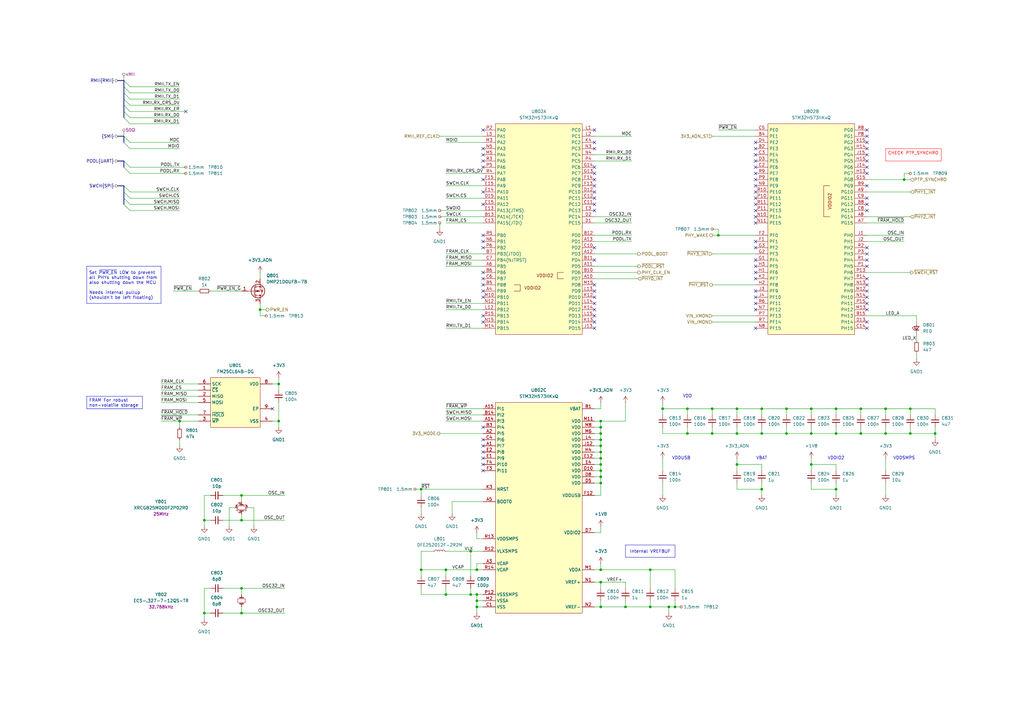
<source format=kicad_sch>
(kicad_sch (version 20250114) (generator "eeschema") (generator_version "9.0")
  (paper "A3")
  (title_block (title "Primary MCU") (date "2025-06-30") (comment 3 "It also runs algorithms like MSTP.") (comment 4 "This microcontroller is responsible for managing the ethernet switch and PHYs."))
  (lib_symbols
    (symbol "Connector:TestPoint_Small" (pin_numbers (hide yes)) (pin_names (offset 0.762) (hide yes))
      (property "Reference" "TP" (at 0 3.81 0))
      (property "Value" "TestPoint_Small" (at 0 2.032 0))
      (symbol "TestPoint_Small_1_1"
        (pin passive line (at 0 0 90) (length 0) (name "1") (number "1"))
      )
    )
    (symbol "Device:C_Small" (pin_numbers (hide yes)) (pin_names (offset 0.254) (hide yes))
      (property "Reference" "C" (at 0.254 1.778 0))
      (property "Value" "C_Small" (at 0.254 -2.032 0))
      (symbol "C_Small_1_1"
        (pin passive line (at 0 2.54 270) (length 2.032) (name "~") (number "1"))
        (pin passive line (at 0 -2.54 90) (length 2.032) (name "~") (number "2"))
      )
    )
    (symbol "Device:Crystal_GND24_Small" (pin_names (offset 1.016) (hide yes))
      (property "Reference" "Y" (at 1.27 4.445 0))
      (property "Value" "Crystal_GND24_Small" (at 1.27 2.54 0))
      (symbol "Crystal_GND24_Small_1_1"
        (pin passive line (at -2.54 0 0) (length 1.27) (name "1") (number "1"))
        (pin passive line (at 0 2.54 270) (length 0.635) (name "4") (number "4"))
        (pin passive line (at 0 -2.54 90) (length 0.635) (name "2") (number "2"))
        (pin passive line (at 2.54 0 180) (length 1.27) (name "3") (number "3"))
      )
    )
    (symbol "Device:Crystal_Small" (pin_numbers (hide yes)) (pin_names (offset 1.016) (hide yes))
      (property "Reference" "Y" (at 0 2.54 0))
      (property "Value" "Crystal_Small" (at 0 -2.54 0))
      (symbol "Crystal_Small_1_1"
        (pin passive line (at -2.54 0 0) (length 1.27) (name "1") (number "1"))
        (pin passive line (at 2.54 0 180) (length 1.27) (name "2") (number "2"))
      )
    )
    (symbol "Device:LED_Small" (pin_numbers (hide yes)) (pin_names (offset 0.254) (hide yes))
      (property "Reference" "D" (at -1.27 3.175 0))
      (property "Value" "LED_Small" (at -4.445 -2.54 0))
      (symbol "LED_Small_1_1"
        (pin passive line (at -2.54 0 0) (length 1.778) (name "K") (number "1"))
        (pin passive line (at 2.54 0 180) (length 1.778) (name "A") (number "2"))
      )
    )
    (symbol "Device:L_Small" (pin_numbers (hide yes)) (pin_names (offset 0.254) (hide yes))
      (property "Reference" "L" (at 0.762 1.016 0))
      (property "Value" "L_Small" (at 0.762 -1.016 0))
      (symbol "L_Small_1_1"
        (pin passive line (at 0 2.54 270) (length 0.508) (name "~") (number "1"))
        (pin passive line (at 0 -2.54 90) (length 0.508) (name "~") (number "2"))
      )
    )
    (symbol "Device:R_Small" (pin_numbers (hide yes)) (pin_names (offset 0.254) (hide yes))
      (property "Reference" "R" (at 0 0 90))
      (property "Value" "R_Small" (at 1.778 0 90))
      (symbol "R_Small_1_1"
        (pin passive line (at 0 2.54 270) (length 0.762) (name "~") (number "1"))
        (pin passive line (at 0 -2.54 90) (length 0.762) (name "~") (number "2"))
      )
    )
    (symbol "FRAM:FM25CL64B-DG"
      (property "Reference" "U" (at 0 5.08 0))
      (property "Value" "FM25CL64B-DG" (at 0 2.54 0))
      (symbol "FM25CL64B-DG_1_1"
        (pin input line (at -15.24 -2.54 0) (length 5.08) (name "SCK") (number "6"))
        (pin input line (at -15.24 -5.08 0) (length 5.08) (name "~{CS}") (number "1"))
        (pin output line (at -15.24 -7.62 0) (length 5.08) (name "MISO") (number "2"))
        (pin input line (at -15.24 -10.16 0) (length 5.08) (name "MOSI") (number "5"))
        (pin input line (at -15.24 -15.24 0) (length 5.08) (name "~{HOLD}") (number "7"))
        (pin input line (at -15.24 -17.78 0) (length 5.08) (name "~{WP}") (number "3"))
        (pin power_in line (at 15.24 -2.54 180) (length 5.08) (name "VDD") (number "8"))
        (pin passive line (at 15.24 -12.7 180) (length 5.08) (name "EP") (number "9"))
        (pin power_in line (at 15.24 -17.78 180) (length 5.08) (name "VSS") (number "4"))
      )
    )
    (symbol "MOSFET:DMP21D0UFB-7B" (pin_names (hide yes))
      (property "Reference" "Q" (at 3.81 2.54 0))
      (property "Value" "DMP21D0UFB-7B" (at 3.81 0 0))
      (symbol "DMP21D0UFB-7B_1_1"
        (pin input line (at -7.62 0 0) (length 2.54) (name "G") (number "1"))
        (pin passive line (at 0 5.08 270) (length 2.54) (name "D") (number "3"))
        (pin passive line (at 0 -5.08 90) (length 2.54) (name "S") (number "2"))
      )
    )
    (symbol "PWR-SYM:+3V3_AON" (power) (pin_numbers (hide yes)) (pin_names (offset 0) (hide yes))
      (property "Value" "+3V3_AON" (at 0 3.556 0))
      (symbol "+3V3_AON_1_1"
        (pin power_in line (at 0 0 90) (length 0) (name "~") (number "1"))
      )
    )
    (symbol "STM32:STM32H573IIKxQ"
      (property "Reference" "U" (at 0 5.08 0))
      (property "Value" "STM32H573IIKxQ" (at 0 2.54 0))
      (symbol "STM32H573IIKxQ_1_1"
        (text "VDDIO2" (at -2.54 -67.31 0) (effects (font (size 1.27 1.27))))
        (text "VDDIO2" (at 2.54 -62.23 0) (effects (font (size 1.27 1.27))))
        (pin bidirectional line (at -22.86 -2.54 0) (length 5.08) (name "PA0") (number "P2"))
        (pin bidirectional line (at -22.86 -5.08 0) (length 5.08) (name "PA1") (number "L3"))
        (pin bidirectional line (at -22.86 -7.62 0) (length 5.08) (name "PA2") (number "M3"))
        (pin bidirectional line (at -22.86 -10.16 0) (length 5.08) (name "PA3") (number "N5"))
        (pin bidirectional line (at -22.86 -12.7 0) (length 5.08) (name "PA4") (number "M5"))
        (pin bidirectional line (at -22.86 -15.24 0) (length 5.08) (name "PA5") (number "R3"))
        (pin bidirectional line (at -22.86 -17.78 0) (length 5.08) (name "PA6") (number "P5"))
        (pin bidirectional line (at -22.86 -20.32 0) (length 5.08) (name "PA7") (number "R4"))
        (pin bidirectional line (at -22.86 -22.86 0) (length 5.08) (name "PA8") (number "F15"))
        (pin bidirectional line (at -22.86 -25.4 0) (length 5.08) (name "PA9") (number "E15"))
        (pin bidirectional line (at -22.86 -27.94 0) (length 5.08) (name "PA10") (number "E14"))
        (pin bidirectional line (at -22.86 -30.48 0) (length 5.08) (name "PA11") (number "D15"))
        (pin bidirectional line (at -22.86 -33.02 0) (length 5.08) (name "PA12") (number "C15"))
        (pin bidirectional line (at -22.86 -35.56 0) (length 5.08) (name "PA13(JTMS)") (number "E13"))
        (pin bidirectional line (at -22.86 -38.1 0) (length 5.08) (name "PA14(JTCK)") (number "B13"))
        (pin bidirectional line (at -22.86 -40.64 0) (length 5.08) (name "PA15(JTDI)") (number "C13"))
        (pin bidirectional line (at -22.86 -45.72 0) (length 5.08) (name "PB0") (number "R5"))
        (pin bidirectional line (at -22.86 -48.26 0) (length 5.08) (name "PB1") (number "N6"))
        (pin bidirectional line (at -22.86 -50.8 0) (length 5.08) (name "PB2") (number "P6"))
        (pin bidirectional line (at -22.86 -53.34 0) (length 5.08) (name "PB3(JTDO)") (number "B7"))
        (pin bidirectional line (at -22.86 -55.88 0) (length 5.08) (name "PB4(NJTRST)") (number "C7"))
        (pin bidirectional line (at -22.86 -58.42 0) (length 5.08) (name "PB5") (number "A6"))
        (pin bidirectional line (at -22.86 -60.96 0) (length 5.08) (name "PB6") (number "B6"))
        (pin bidirectional line (at -22.86 -63.5 0) (length 5.08) (name "PB7") (number "C6"))
        (pin bidirectional line (at -22.86 -66.04 0) (length 5.08) (name "PB8") (number "B5"))
        (pin bidirectional line (at -22.86 -68.58 0) (length 5.08) (name "PB9") (number "A4"))
        (pin bidirectional line (at -22.86 -71.12 0) (length 5.08) (name "PB10") (number "M10"))
        (pin bidirectional line (at -22.86 -73.66 0) (length 5.08) (name "PB11") (number "N12"))
        (pin bidirectional line (at -22.86 -76.2 0) (length 5.08) (name "PB12") (number "L12"))
        (pin bidirectional line (at -22.86 -78.74 0) (length 5.08) (name "PB13") (number "R15"))
        (pin bidirectional line (at -22.86 -81.28 0) (length 5.08) (name "PB14") (number "N15"))
        (pin bidirectional line (at -22.86 -83.82 0) (length 5.08) (name "PB15") (number "M14"))
        (pin bidirectional line (at 22.86 -2.54 180) (length 5.08) (name "PC0") (number "L1"))
        (pin bidirectional line (at 22.86 -5.08 180) (length 5.08) (name "PC1") (number "L2"))
        (pin bidirectional line (at 22.86 -7.62 180) (length 5.08) (name "PC2") (number "K4"))
        (pin bidirectional line (at 22.86 -10.16 180) (length 5.08) (name "PC3") (number "N3"))
        (pin bidirectional line (at 22.86 -12.7 180) (length 5.08) (name "PC4") (number "N4"))
        (pin bidirectional line (at 22.86 -15.24 180) (length 5.08) (name "PC5") (number "P4"))
        (pin bidirectional line (at 22.86 -17.78 180) (length 5.08) (name "PC6") (number "G14"))
        (pin bidirectional line (at 22.86 -20.32 180) (length 5.08) (name "PC7") (number "G13"))
        (pin bidirectional line (at 22.86 -22.86 180) (length 5.08) (name "PC8") (number "F14"))
        (pin bidirectional line (at 22.86 -25.4 180) (length 5.08) (name "PC9") (number "F13"))
        (pin bidirectional line (at 22.86 -27.94 180) (length 5.08) (name "PC10") (number "D12"))
        (pin bidirectional line (at 22.86 -30.48 180) (length 5.08) (name "PC11") (number "C12"))
        (pin bidirectional line (at 22.86 -33.02 180) (length 5.08) (name "PC12") (number "C11"))
        (pin bidirectional line (at 22.86 -35.56 180) (length 5.08) (name "PC13") (number "E3"))
        (pin bidirectional line (at 22.86 -38.1 180) (length 5.08) (name "PC14") (number "D2"))
        (pin bidirectional line (at 22.86 -40.64 180) (length 5.08) (name "PC15") (number "D1"))
        (pin bidirectional line (at 22.86 -45.72 180) (length 5.08) (name "PD0") (number "B12"))
        (pin bidirectional line (at 22.86 -48.26 180) (length 5.08) (name "PD1") (number "A13"))
        (pin bidirectional line (at 22.86 -50.8 180) (length 5.08) (name "PD2") (number "C10"))
        (pin bidirectional line (at 22.86 -53.34 180) (length 5.08) (name "PD3") (number "A12"))
        (pin bidirectional line (at 22.86 -55.88 180) (length 5.08) (name "PD4") (number "B11"))
        (pin bidirectional line (at 22.86 -58.42 180) (length 5.08) (name "PD5") (number "A11"))
        (pin bidirectional line (at 22.86 -60.96 180) (length 5.08) (name "PD6") (number "B10"))
        (pin bidirectional line (at 22.86 -63.5 180) (length 5.08) (name "PD7") (number "A10"))
        (pin bidirectional line (at 22.86 -66.04 180) (length 5.08) (name "PD8") (number "M15"))
        (pin bidirectional line (at 22.86 -68.58 180) (length 5.08) (name "PD9") (number "L13"))
        (pin bidirectional line (at 22.86 -71.12 180) (length 5.08) (name "PD10") (number "K12"))
        (pin bidirectional line (at 22.86 -73.66 180) (length 5.08) (name "PD11") (number "L14"))
        (pin bidirectional line (at 22.86 -76.2 180) (length 5.08) (name "PD12") (number "K14"))
        (pin bidirectional line (at 22.86 -78.74 180) (length 5.08) (name "PD13") (number "L15"))
        (pin bidirectional line (at 22.86 -81.28 180) (length 5.08) (name "PD14") (number "K13"))
        (pin bidirectional line (at 22.86 -83.82 180) (length 5.08) (name "PD15") (number "J13"))
      )
      (symbol "STM32H573IIKxQ_2_1"
        (text "VDDIO2" (at 7.62 -31.75 900) (effects (font (size 1.27 1.27))))
        (pin bidirectional line (at -22.86 -2.54 0) (length 5.08) (name "PE0") (number "C5"))
        (pin bidirectional line (at -22.86 -5.08 0) (length 5.08) (name "PE1") (number "B4"))
        (pin bidirectional line (at -22.86 -7.62 0) (length 5.08) (name "PE2") (number "D4"))
        (pin bidirectional line (at -22.86 -10.16 0) (length 5.08) (name "PE3") (number "B2"))
        (pin bidirectional line (at -22.86 -12.7 0) (length 5.08) (name "PE4") (number "C3"))
        (pin bidirectional line (at -22.86 -15.24 0) (length 5.08) (name "PE5") (number "D3"))
        (pin bidirectional line (at -22.86 -17.78 0) (length 5.08) (name "PE6") (number "C2"))
        (pin bidirectional line (at -22.86 -20.32 0) (length 5.08) (name "PE7") (number "R9"))
        (pin bidirectional line (at -22.86 -22.86 0) (length 5.08) (name "PE8") (number "P9"))
        (pin bidirectional line (at -22.86 -25.4 0) (length 5.08) (name "PE9") (number "N9"))
        (pin bidirectional line (at -22.86 -27.94 0) (length 5.08) (name "PE10") (number "R10"))
        (pin bidirectional line (at -22.86 -30.48 0) (length 5.08) (name "PE11") (number "P10"))
        (pin bidirectional line (at -22.86 -33.02 0) (length 5.08) (name "PE12") (number "R11"))
        (pin bidirectional line (at -22.86 -35.56 0) (length 5.08) (name "PE13") (number "P11"))
        (pin bidirectional line (at -22.86 -38.1 0) (length 5.08) (name "PE14") (number "N10"))
        (pin bidirectional line (at -22.86 -40.64 0) (length 5.08) (name "PE15") (number "N11"))
        (pin bidirectional line (at -22.86 -45.72 0) (length 5.08) (name "PF0") (number "F2"))
        (pin bidirectional line (at -22.86 -48.26 0) (length 5.08) (name "PF1") (number "F1"))
        (pin bidirectional line (at -22.86 -50.8 0) (length 5.08) (name "PF2") (number "G3"))
        (pin bidirectional line (at -22.86 -53.34 0) (length 5.08) (name "PF3") (number "G2"))
        (pin bidirectional line (at -22.86 -55.88 0) (length 5.08) (name "PF4") (number "G1"))
        (pin bidirectional line (at -22.86 -58.42 0) (length 5.08) (name "PF5") (number "H3"))
        (pin bidirectional line (at -22.86 -60.96 0) (length 5.08) (name "PF6") (number "H1"))
        (pin bidirectional line (at -22.86 -63.5 0) (length 5.08) (name "PF7") (number "K2"))
        (pin bidirectional line (at -22.86 -66.04 0) (length 5.08) (name "PF8") (number "H2"))
        (pin bidirectional line (at -22.86 -68.58 0) (length 5.08) (name "PF9") (number "J3"))
        (pin bidirectional line (at -22.86 -71.12 0) (length 5.08) (name "PF10") (number "J4"))
        (pin bidirectional line (at -22.86 -73.66 0) (length 5.08) (name "PF11") (number "R6"))
        (pin bidirectional line (at -22.86 -76.2 0) (length 5.08) (name "PF12") (number "N7"))
        (pin bidirectional line (at -22.86 -78.74 0) (length 5.08) (name "PF13") (number "P7"))
        (pin bidirectional line (at -22.86 -81.28 0) (length 5.08) (name "PF14") (number "R7"))
        (pin bidirectional line (at -22.86 -83.82 0) (length 5.08) (name "PF15") (number "N8"))
        (pin bidirectional line (at 22.86 -2.54 180) (length 5.08) (name "PG0") (number "R8"))
        (pin bidirectional line (at 22.86 -5.08 180) (length 5.08) (name "PG1") (number "P8"))
        (pin bidirectional line (at 22.86 -7.62 180) (length 5.08) (name "PG2") (number "K15"))
        (pin bidirectional line (at 22.86 -10.16 180) (length 5.08) (name "PG3") (number "H14"))
        (pin bidirectional line (at 22.86 -12.7 180) (length 5.08) (name "PG4") (number "J15"))
        (pin bidirectional line (at 22.86 -15.24 180) (length 5.08) (name "PG5") (number "H15"))
        (pin bidirectional line (at 22.86 -17.78 180) (length 5.08) (name "PG6") (number "J14"))
        (pin bidirectional line (at 22.86 -20.32 180) (length 5.08) (name "PG7") (number "H13"))
        (pin bidirectional line (at 22.86 -22.86 180) (length 5.08) (name "PG8") (number "G15"))
        (pin bidirectional line (at 22.86 -25.4 180) (length 5.08) (name "PG9") (number "B9"))
        (pin bidirectional line (at 22.86 -27.94 180) (length 5.08) (name "PG10") (number "A9"))
        (pin bidirectional line (at 22.86 -30.48 180) (length 5.08) (name "PG11") (number "C9"))
        (pin bidirectional line (at 22.86 -33.02 180) (length 5.08) (name "PG12") (number "B8"))
        (pin bidirectional line (at 22.86 -35.56 180) (length 5.08) (name "PG13") (number "C8"))
        (pin bidirectional line (at 22.86 -38.1 180) (length 5.08) (name "PG14") (number "A8"))
        (pin bidirectional line (at 22.86 -40.64 180) (length 5.08) (name "PG15") (number "A7"))
        (pin bidirectional line (at 22.86 -45.72 180) (length 5.08) (name "PH0") (number "J1"))
        (pin bidirectional line (at 22.86 -48.26 180) (length 5.08) (name "PH1") (number "J2"))
        (pin bidirectional line (at 22.86 -50.8 180) (length 5.08) (name "PH2") (number "R2"))
        (pin bidirectional line (at 22.86 -53.34 180) (length 5.08) (name "PH3") (number "P3"))
        (pin bidirectional line (at 22.86 -55.88 180) (length 5.08) (name "PH4") (number "R1"))
        (pin bidirectional line (at 22.86 -58.42 180) (length 5.08) (name "PH5") (number "P1"))
        (pin bidirectional line (at 22.86 -60.96 180) (length 5.08) (name "PH6") (number "P13"))
        (pin bidirectional line (at 22.86 -63.5 180) (length 5.08) (name "PH7") (number "P14"))
        (pin bidirectional line (at 22.86 -66.04 180) (length 5.08) (name "PH8") (number "N13"))
        (pin bidirectional line (at 22.86 -68.58 180) (length 5.08) (name "PH9") (number "M12"))
        (pin bidirectional line (at 22.86 -71.12 180) (length 5.08) (name "PH10") (number "N14"))
        (pin bidirectional line (at 22.86 -73.66 180) (length 5.08) (name "PH11") (number "P15"))
        (pin bidirectional line (at 22.86 -76.2 180) (length 5.08) (name "PH12") (number "M13"))
        (pin bidirectional line (at 22.86 -78.74 180) (length 5.08) (name "PH13") (number "B15"))
        (pin bidirectional line (at 22.86 -81.28 180) (length 5.08) (name "PH14") (number "D13"))
        (pin bidirectional line (at 22.86 -83.82 180) (length 5.08) (name "PH15") (number "C14"))
      )
      (symbol "STM32H573IIKxQ_3_1"
        (pin bidirectional line (at -22.86 -2.54 0) (length 5.08) (name "PI1") (number "A15"))
        (pin bidirectional line (at -22.86 -5.08 0) (length 5.08) (name "PI2") (number "B14"))
        (pin bidirectional line (at -22.86 -7.62 0) (length 5.08) (name "PI3") (number "A14"))
        (pin bidirectional line (at -22.86 -10.16 0) (length 5.08) (name "PI4") (number "B3"))
        (pin bidirectional line (at -22.86 -12.7 0) (length 5.08) (name "PI5") (number "A2"))
        (pin bidirectional line (at -22.86 -15.24 0) (length 5.08) (name "PI6") (number "C4"))
        (pin bidirectional line (at -22.86 -17.78 0) (length 5.08) (name "PI7") (number "A1"))
        (pin bidirectional line (at -22.86 -20.32 0) (length 5.08) (name "PI8") (number "E2"))
        (pin bidirectional line (at -22.86 -22.86 0) (length 5.08) (name "PI9") (number "E1"))
        (pin bidirectional line (at -22.86 -25.4 0) (length 5.08) (name "PI10") (number "F4"))
        (pin bidirectional line (at -22.86 -27.94 0) (length 5.08) (name "PI11") (number "F3"))
        (pin input line (at -22.86 -35.56 0) (length 5.08) (name "NRST") (number "K3"))
        (pin input line (at -22.86 -40.64 0) (length 5.08) (name "BOOT0") (number "A5"))
        (pin power_in line (at -22.86 -55.88 0) (length 5.08) (name "VDDSMPS") (number "R13"))
        (pin power_out line (at -22.86 -60.96 0) (length 5.08) (name "VLXSMPS") (number "R12"))
        (pin power_in line (at -22.86 -66.04 0) (length 5.08) (name "VCAP") (number "A3"))
        (pin power_in line (at -22.86 -68.58 0) (length 5.08) (name "VCAP") (number "R14"))
        (pin power_in line (at -22.86 -78.74 0) (length 5.08) (name "VSSSMPS") (number "P12"))
        (pin power_in line (at -22.86 -81.28 0) (length 5.08) (name "VSSA") (number "M2"))
        (pin passive line (at -22.86 -83.82 0) (length 5.08) (name "VSS") (number "C1"))
        (pin passive line (at -22.86 -83.82 0) (length 5.08) (hide yes) (name "VSS") (number "D11"))
        (pin passive line (at -22.86 -83.82 0) (length 5.08) (hide yes) (name "VSS") (number "D14"))
        (pin passive line (at -22.86 -83.82 0) (length 5.08) (hide yes) (name "VSS") (number "D6"))
        (pin passive line (at -22.86 -83.82 0) (length 5.08) (hide yes) (name "VSS") (number "D9"))
        (pin passive line (at -22.86 -83.82 0) (length 5.08) (hide yes) (name "VSS") (number "F10"))
        (pin passive line (at -22.86 -83.82 0) (length 5.08) (hide yes) (name "VSS") (number "F6"))
        (pin passive line (at -22.86 -83.82 0) (length 5.08) (hide yes) (name "VSS") (number "F7"))
        (pin passive line (at -22.86 -83.82 0) (length 5.08) (hide yes) (name "VSS") (number "F8"))
        (pin passive line (at -22.86 -83.82 0) (length 5.08) (hide yes) (name "VSS") (number "F9"))
        (pin passive line (at -22.86 -83.82 0) (length 5.08) (hide yes) (name "VSS") (number "G10"))
        (pin passive line (at -22.86 -83.82 0) (length 5.08) (hide yes) (name "VSS") (number "G12"))
        (pin passive line (at -22.86 -83.82 0) (length 5.08) (hide yes) (name "VSS") (number "G4"))
        (pin passive line (at -22.86 -83.82 0) (length 5.08) (hide yes) (name "VSS") (number "G6"))
        (pin passive line (at -22.86 -83.82 0) (length 5.08) (hide yes) (name "VSS") (number "G7"))
        (pin passive line (at -22.86 -83.82 0) (length 5.08) (hide yes) (name "VSS") (number "G8"))
        (pin passive line (at -22.86 -83.82 0) (length 5.08) (hide yes) (name "VSS") (number "G9"))
        (pin passive line (at -22.86 -83.82 0) (length 5.08) (hide yes) (name "VSS") (number "H10"))
        (pin passive line (at -22.86 -83.82 0) (length 5.08) (hide yes) (name "VSS") (number "H12"))
        (pin passive line (at -22.86 -83.82 0) (length 5.08) (hide yes) (name "VSS") (number "H6"))
        (pin passive line (at -22.86 -83.82 0) (length 5.08) (hide yes) (name "VSS") (number "H7"))
        (pin passive line (at -22.86 -83.82 0) (length 5.08) (hide yes) (name "VSS") (number "H8"))
        (pin passive line (at -22.86 -83.82 0) (length 5.08) (hide yes) (name "VSS") (number "H9"))
        (pin passive line (at -22.86 -83.82 0) (length 5.08) (hide yes) (name "VSS") (number "J10"))
        (pin passive line (at -22.86 -83.82 0) (length 5.08) (hide yes) (name "VSS") (number "J6"))
        (pin passive line (at -22.86 -83.82 0) (length 5.08) (hide yes) (name "VSS") (number "J7"))
        (pin passive line (at -22.86 -83.82 0) (length 5.08) (hide yes) (name "VSS") (number "J8"))
        (pin passive line (at -22.86 -83.82 0) (length 5.08) (hide yes) (name "VSS") (number "J9"))
        (pin passive line (at -22.86 -83.82 0) (length 5.08) (hide yes) (name "VSS") (number "K1"))
        (pin passive line (at -22.86 -83.82 0) (length 5.08) (hide yes) (name "VSS") (number "K10"))
        (pin passive line (at -22.86 -83.82 0) (length 5.08) (hide yes) (name "VSS") (number "K6"))
        (pin passive line (at -22.86 -83.82 0) (length 5.08) (hide yes) (name "VSS") (number "K7"))
        (pin passive line (at -22.86 -83.82 0) (length 5.08) (hide yes) (name "VSS") (number "K8"))
        (pin passive line (at -22.86 -83.82 0) (length 5.08) (hide yes) (name "VSS") (number "K9"))
        (pin passive line (at -22.86 -83.82 0) (length 5.08) (hide yes) (name "VSS") (number "M4"))
        (pin passive line (at -22.86 -83.82 0) (length 5.08) (hide yes) (name "VSS") (number "M7"))
        (pin passive line (at -22.86 -83.82 0) (length 5.08) (hide yes) (name "VSS") (number "M9"))
        (pin power_in line (at 22.86 -2.54 180) (length 5.08) (name "VBAT") (number "B1"))
        (pin power_in line (at 22.86 -7.62 180) (length 5.08) (name "VDD") (number "M11"))
        (pin power_in line (at 22.86 -10.16 180) (length 5.08) (name "VDD") (number "M8"))
        (pin power_in line (at 22.86 -12.7 180) (length 5.08) (name "VDD") (number "M6"))
        (pin power_in line (at 22.86 -15.24 180) (length 5.08) (name "VDD") (number "L4"))
        (pin power_in line (at 22.86 -17.78 180) (length 5.08) (name "VDD") (number "J12"))
        (pin power_in line (at 22.86 -20.32 180) (length 5.08) (name "VDD") (number "H4"))
        (pin power_in line (at 22.86 -22.86 180) (length 5.08) (name "VDD") (number "E12"))
        (pin power_in line (at 22.86 -25.4 180) (length 5.08) (name "VDD") (number "E4"))
        (pin power_in line (at 22.86 -27.94 180) (length 5.08) (name "VDD") (number "D10"))
        (pin power_in line (at 22.86 -30.48 180) (length 5.08) (name "VDD") (number "D8"))
        (pin power_in line (at 22.86 -33.02 180) (length 5.08) (name "VDD") (number "D5"))
        (pin power_in line (at 22.86 -38.1 180) (length 5.08) (name "VDDUSB") (number "F12"))
        (pin power_in line (at 22.86 -53.34 180) (length 5.08) (name "VDDIO2") (number "D7"))
        (pin power_in line (at 22.86 -68.58 180) (length 5.08) (name "VDDA") (number "M1"))
        (pin input line (at 22.86 -73.66 180) (length 5.08) (name "VREF+") (number "N1"))
        (pin input line (at 22.86 -83.82 180) (length 5.08) (name "VREF-") (number "N2"))
      )
    )
    (symbol "power:+1V8" (power) (pin_numbers (hide yes)) (pin_names (offset 0) (hide yes))
      (property "Value" "+1V8" (at 0 3.556 0))
      (symbol "+1V8_1_1"
        (pin power_in line (at 0 0 90) (length 0) (name "~") (number "1"))
      )
    )
    (symbol "power:+3V3" (power) (pin_numbers (hide yes)) (pin_names (offset 0) (hide yes))
      (property "Value" "+3V3" (at 0 3.556 0))
      (symbol "+3V3_1_1"
        (pin power_in line (at 0 0 90) (length 0) (name "~") (number "1"))
      )
    )
    (symbol "power:GND1" (power) (pin_numbers (hide yes)) (pin_names (offset 0) (hide yes))
      (property "Value" "GND1" (at 0 -3.81 0))
      (symbol "GND1_1_1"
        (pin power_in line (at 0 0 270) (length 0) (name "~") (number "1"))
      )
    )
  )
  (text "VBAT" (at 312.42 187.96 0) (effects (font (size 1.27 1.27))))
  (text "VDDSMPS" (at 370.84 187.96 0) (effects (font (size 1.27 1.27))))
  (text "VDDIO2" (at 342.9 187.96 0) (effects (font (size 1.27 1.27))))
  (text "VDDUSB" (at 279.4 187.96 0) (effects (font (size 1.27 1.27))))
  (text "VDD" (at 281.94 162.56 0) (effects (font (size 1.27 1.27))))
  (text_box "FRAM For robust non-volatile storage" (at 35.56 162.56 0) (size 22.86 5.08) (margins 0.9525 0.9525 0.9525 0.9525) (effects (font (size 1.27 1.27)) (justify left)))
  (text_box "CHECK PTP_SYNCHRO" (at 363.22 60.96 0) (size 22.86 5.08) (margins 0.9525 0.9525 0.9525 0.9525) (stroke (width 0) (color 255 0 0 1)) (effects (font (size 1.27 1.27)) (justify left top)))
  (text_box "Internal VREFBUF" (at 256.54 223.52 0) (size 20.32 5.08) (margins 0.9525 0.9525 0.9525 0.9525) (effects (font (size 1.27 1.27))))
  (text_box "Set ~{PWR_EN} LOW to prevent all PHYs shutting down from also shutting down the MCU\n\nNeeds internal pullup (shouldn't be left floating)" (at 35.56 109.22 0) (size 30.48 15.24) (margins 0.9525 0.9525 0.9525 0.9525) (effects (font (size 1.27 1.27)) (justify left)))
  (junction (at 246.38 187.96))
  (junction (at 312.42 200.66))
  (junction (at 281.94 177.8))
  (junction (at 294.64 96.52))
  (junction (at 195.58 248.92))
  (junction (at 302.26 177.8))
  (junction (at 193.04 243.84))
  (junction (at 246.38 172.72))
  (junction (at 99.06 213.36))
  (junction (at 246.38 185.42))
  (junction (at 342.9 200.66))
  (junction (at 373.38 177.8))
  (junction (at 195.58 233.68))
  (junction (at 363.22 167.64))
  (junction (at 99.06 203.2))
  (junction (at 302.26 167.64))
  (junction (at 246.38 248.92))
  (junction (at 383.54 177.8))
  (junction (at 246.38 195.58))
  (junction (at 246.38 177.8))
  (junction (at 312.42 167.64))
  (junction (at 271.78 167.64))
  (junction (at 292.1 177.8))
  (junction (at 256.54 248.92))
  (junction (at 246.38 175.26))
  (junction (at 246.38 238.76))
  (junction (at 246.38 180.34))
  (junction (at 353.06 177.8))
  (junction (at 114.3 157.48))
  (junction (at 73.66 172.72))
  (junction (at 322.58 167.64))
  (junction (at 266.7 233.68))
  (junction (at 332.74 177.8))
  (junction (at 276.86 248.92))
  (junction (at 246.38 193.04))
  (junction (at 302.26 190.5))
  (junction (at 193.04 226.06))
  (junction (at 172.72 200.66))
  (junction (at 83.82 213.36))
  (junction (at 353.06 167.64))
  (junction (at 292.1 167.64))
  (junction (at 114.3 172.72))
  (junction (at 182.88 233.68))
  (junction (at 83.82 251.46))
  (junction (at 106.68 127))
  (junction (at 370.84 73.66))
  (junction (at 246.38 198.12))
  (junction (at 312.42 177.8))
  (junction (at 195.58 243.84))
  (junction (at 246.38 233.68))
  (junction (at 182.88 243.84))
  (junction (at 373.38 167.64))
  (junction (at 322.58 177.8))
  (junction (at 99.06 251.46))
  (junction (at 172.72 233.68))
  (junction (at 246.38 182.88))
  (junction (at 195.58 246.38))
  (junction (at 342.9 177.8))
  (junction (at 332.74 190.5))
  (junction (at 246.38 190.5))
  (junction (at 281.94 167.64))
  (junction (at 332.74 167.64))
  (junction (at 266.7 248.92))
  (junction (at 363.22 177.8))
  (junction (at 342.9 167.64))
  (junction (at 274.32 248.92))
  (junction (at 99.06 241.3))
  (no_connect (at 243.84 73.66))
  (no_connect (at 243.84 119.38))
  (no_connect (at 355.6 104.14))
  (no_connect (at 243.84 83.82))
  (no_connect (at 198.12 63.5))
  (no_connect (at 309.88 58.42))
  (no_connect (at 243.84 81.28))
  (no_connect (at 198.12 182.88))
  (no_connect (at 355.6 119.38))
  (no_connect (at 309.88 78.74))
  (no_connect (at 309.88 119.38))
  (no_connect (at 309.88 114.3))
  (no_connect (at 309.88 68.58))
  (no_connect (at 198.12 73.66))
  (no_connect (at 198.12 60.96))
  (no_connect (at 198.12 68.58))
  (no_connect (at 243.84 53.34))
  (no_connect (at 355.6 63.5))
  (no_connect (at 198.12 187.96))
  (no_connect (at 243.84 71.12))
  (no_connect (at 243.84 106.68))
  (no_connect (at 309.88 121.92))
  (no_connect (at 243.84 129.54))
  (no_connect (at 243.84 127))
  (no_connect (at 198.12 78.74))
  (no_connect (at 355.6 106.68))
  (no_connect (at 309.88 124.46))
  (no_connect (at 198.12 53.34))
  (no_connect (at 309.88 106.68))
  (no_connect (at 243.84 121.92))
  (no_connect (at 309.88 81.28))
  (no_connect (at 309.88 63.5))
  (no_connect (at 198.12 190.5))
  (no_connect (at 76.2 45.72))
  (no_connect (at 198.12 114.3))
  (no_connect (at 309.88 111.76))
  (no_connect (at 198.12 185.42))
  (no_connect (at 243.84 101.6))
  (no_connect (at 309.88 66.04))
  (no_connect (at 309.88 60.96))
  (no_connect (at 198.12 180.34))
  (no_connect (at 309.88 76.2))
  (no_connect (at 198.12 175.26))
  (no_connect (at 243.84 60.96))
  (no_connect (at 355.6 127))
  (no_connect (at 355.6 83.82))
  (no_connect (at 198.12 99.06))
  (no_connect (at 111.76 167.64))
  (no_connect (at 309.88 101.6))
  (no_connect (at 243.84 132.08))
  (no_connect (at 198.12 66.04))
  (no_connect (at 243.84 134.62))
  (no_connect (at 355.6 86.36))
  (no_connect (at 198.12 83.82))
  (no_connect (at 243.84 78.74))
  (no_connect (at 355.6 81.28))
  (no_connect (at 309.88 109.22))
  (no_connect (at 243.84 86.36))
  (no_connect (at 198.12 101.6))
  (no_connect (at 355.6 116.84))
  (no_connect (at 243.84 68.58))
  (no_connect (at 309.88 86.36))
  (no_connect (at 355.6 134.62))
  (no_connect (at 355.6 101.6))
  (no_connect (at 309.88 71.12))
  (no_connect (at 198.12 119.38))
  (no_connect (at 243.84 124.46))
  (no_connect (at 198.12 116.84))
  (no_connect (at 309.88 134.62))
  (no_connect (at 198.12 132.08))
  (no_connect (at 198.12 193.04))
  (no_connect (at 309.88 88.9))
  (no_connect (at 355.6 114.3))
  (no_connect (at 355.6 121.92))
  (no_connect (at 355.6 132.08))
  (no_connect (at 355.6 66.04))
  (no_connect (at 355.6 53.34))
  (no_connect (at 355.6 55.88))
  (no_connect (at 198.12 96.52))
  (no_connect (at 355.6 76.2))
  (no_connect (at 243.84 58.42))
  (no_connect (at 355.6 68.58))
  (no_connect (at 309.88 127))
  (no_connect (at 309.88 99.06))
  (no_connect (at 355.6 124.46))
  (no_connect (at 355.6 60.96))
  (no_connect (at 355.6 71.12))
  (no_connect (at 198.12 111.76))
  (no_connect (at 198.12 129.54))
  (no_connect (at 309.88 73.66))
  (no_connect (at 243.84 116.84))
  (no_connect (at 309.88 91.44))
  (no_connect (at 309.88 83.82))
  (no_connect (at 355.6 109.22))
  (no_connect (at 355.6 58.42))
  (no_connect (at 243.84 76.2))
  (no_connect (at 198.12 121.92))
  (bus_entry (at 50.8 68.58) (size 2.54 2.54))
  (bus_entry (at 50.8 48.26) (size 2.54 2.54))
  (bus_entry (at 50.8 76.2) (size 2.54 2.54))
  (bus_entry (at 50.8 43.18) (size 2.54 2.54))
  (bus_entry (at 50.8 40.64) (size 2.54 2.54))
  (bus_entry (at 50.8 78.74) (size 2.54 2.54))
  (bus_entry (at 50.8 45.72) (size 2.54 2.54))
  (bus_entry (at 50.8 58.42) (size 2.54 2.54))
  (bus_entry (at 50.8 38.1) (size 2.54 2.54))
  (bus_entry (at 50.8 55.88) (size 2.54 2.54))
  (bus_entry (at 50.8 33.02) (size 2.54 2.54))
  (bus_entry (at 50.8 35.56) (size 2.54 2.54))
  (bus_entry (at 50.8 66.04) (size 2.54 2.54))
  (bus_entry (at 50.8 83.82) (size 2.54 2.54))
  (bus_entry (at 50.8 81.28) (size 2.54 2.54))
  (wire (pts (xy 180.34 177.8) (xy 198.12 177.8)))
  (wire (pts (xy 302.26 175.26) (xy 302.26 177.8)))
  (wire (pts (xy 294.64 53.34) (xy 309.88 53.34)))
  (wire (pts (xy 193.04 226.06) (xy 198.12 226.06)))
  (wire (pts (xy 342.9 177.8) (xy 353.06 177.8)))
  (wire (pts (xy 246.38 198.12) (xy 243.84 198.12)))
  (wire (pts (xy 83.82 213.36) (xy 83.82 215.9)))
  (wire (pts (xy 332.74 167.64) (xy 332.74 170.18)))
  (wire (pts (xy 256.54 246.38) (xy 256.54 248.92)))
  (bus (pts (xy 50.8 55.88) (xy 48.26 55.88)))
  (wire (pts (xy 246.38 180.34) (xy 243.84 180.34)))
  (wire (pts (xy 271.78 177.8) (xy 281.94 177.8)))
  (wire (pts (xy 292.1 104.14) (xy 309.88 104.14)))
  (wire (pts (xy 246.38 248.92) (xy 243.84 248.92)))
  (wire (pts (xy 246.38 195.58) (xy 246.38 198.12)))
  (wire (pts (xy 363.22 175.26) (xy 363.22 177.8)))
  (wire (pts (xy 342.9 167.64) (xy 342.9 170.18)))
  (wire (pts (xy 332.74 200.66) (xy 332.74 198.12)))
  (wire (pts (xy 180.34 88.9) (xy 198.12 88.9)))
  (wire (pts (xy 195.58 231.14) (xy 198.12 231.14)))
  (wire (pts (xy 243.84 233.68) (xy 246.38 233.68)))
  (wire (pts (xy 302.26 187.96) (xy 302.26 190.5)))
  (wire (pts (xy 281.94 167.64) (xy 281.94 170.18)))
  (wire (pts (xy 363.22 187.96) (xy 363.22 193.04)))
  (wire (pts (xy 109.22 127) (xy 106.68 127)))
  (wire (pts (xy 111.76 157.48) (xy 114.3 157.48)))
  (wire (pts (xy 266.7 248.92) (xy 274.32 248.92)))
  (wire (pts (xy 322.58 167.64) (xy 332.74 167.64)))
  (bus (pts (xy 50.8 43.18) (xy 50.8 45.72)))
  (wire (pts (xy 246.38 193.04) (xy 243.84 193.04)))
  (wire (pts (xy 256.54 238.76) (xy 256.54 241.3)))
  (wire (pts (xy 332.74 177.8) (xy 342.9 177.8)))
  (wire (pts (xy 256.54 248.92) (xy 266.7 248.92)))
  (wire (pts (xy 177.8 226.06) (xy 172.72 226.06)))
  (wire (pts (xy 172.72 200.66) (xy 172.72 203.2)))
  (wire (pts (xy 246.38 215.9) (xy 246.38 218.44)))
  (wire (pts (xy 281.94 167.64) (xy 292.1 167.64)))
  (wire (pts (xy 246.38 231.14) (xy 246.38 233.68)))
  (wire (pts (xy 182.88 106.68) (xy 198.12 106.68)))
  (wire (pts (xy 383.54 170.18) (xy 383.54 167.64)))
  (wire (pts (xy 292.1 129.54) (xy 309.88 129.54)))
  (wire (pts (xy 332.74 190.5) (xy 332.74 193.04)))
  (wire (pts (xy 332.74 167.64) (xy 342.9 167.64)))
  (wire (pts (xy 276.86 246.38) (xy 276.86 248.92)))
  (wire (pts (xy 281.94 175.26) (xy 281.94 177.8)))
  (wire (pts (xy 355.6 88.9) (xy 373.38 88.9)))
  (wire (pts (xy 111.76 172.72) (xy 114.3 172.72)))
  (wire (pts (xy 322.58 167.64) (xy 322.58 170.18)))
  (wire (pts (xy 342.9 200.66) (xy 342.9 203.2)))
  (wire (pts (xy 246.38 203.2) (xy 243.84 203.2)))
  (wire (pts (xy 182.88 104.14) (xy 198.12 104.14)))
  (wire (pts (xy 363.22 177.8) (xy 373.38 177.8)))
  (wire (pts (xy 312.42 190.5) (xy 312.42 193.04)))
  (wire (pts (xy 353.06 177.8) (xy 363.22 177.8)))
  (wire (pts (xy 355.6 78.74) (xy 373.38 78.74)))
  (wire (pts (xy 195.58 220.98) (xy 198.12 220.98)))
  (wire (pts (xy 312.42 200.66) (xy 302.26 200.66)))
  (wire (pts (xy 246.38 177.8) (xy 246.38 180.34)))
  (wire (pts (xy 114.3 157.48) (xy 114.3 160.02)))
  (wire (pts (xy 246.38 195.58) (xy 243.84 195.58)))
  (wire (pts (xy 246.38 218.44) (xy 243.84 218.44)))
  (wire (pts (xy 53.34 60.96) (xy 73.66 60.96)))
  (wire (pts (xy 266.7 233.68) (xy 276.86 233.68)))
  (wire (pts (xy 93.98 208.28) (xy 93.98 215.9)))
  (wire (pts (xy 93.98 208.28) (xy 96.52 208.28)))
  (wire (pts (xy 193.04 226.06) (xy 193.04 236.22)))
  (wire (pts (xy 182.88 58.42) (xy 198.12 58.42)))
  (wire (pts (xy 342.9 190.5) (xy 332.74 190.5)))
  (wire (pts (xy 302.26 177.8) (xy 312.42 177.8)))
  (wire (pts (xy 99.06 213.36) (xy 99.06 210.82)))
  (wire (pts (xy 342.9 175.26) (xy 342.9 177.8)))
  (bus (pts (xy 50.8 66.04) (xy 50.8 68.58)))
  (wire (pts (xy 274.32 248.92) (xy 276.86 248.92)))
  (wire (pts (xy 114.3 172.72) (xy 114.3 175.26)))
  (wire (pts (xy 312.42 200.66) (xy 312.42 203.2)))
  (wire (pts (xy 182.88 170.18) (xy 198.12 170.18)))
  (wire (pts (xy 375.92 144.78) (xy 375.92 147.32)))
  (wire (pts (xy 363.22 167.64) (xy 363.22 170.18)))
  (wire (pts (xy 198.12 246.38) (xy 195.58 246.38)))
  (bus (pts (xy 50.8 35.56) (xy 50.8 38.1)))
  (wire (pts (xy 302.26 200.66) (xy 302.26 198.12)))
  (wire (pts (xy 246.38 175.26) (xy 243.84 175.26)))
  (wire (pts (xy 312.42 177.8) (xy 322.58 177.8)))
  (wire (pts (xy 66.04 157.48) (xy 81.28 157.48)))
  (wire (pts (xy 256.54 165.1) (xy 256.54 172.72)))
  (wire (pts (xy 243.84 99.06) (xy 259.08 99.06)))
  (wire (pts (xy 99.06 248.92) (xy 99.06 251.46)))
  (wire (pts (xy 363.22 167.64) (xy 373.38 167.64)))
  (wire (pts (xy 312.42 175.26) (xy 312.42 177.8)))
  (wire (pts (xy 312.42 190.5) (xy 302.26 190.5)))
  (wire (pts (xy 116.84 241.3) (xy 99.06 241.3)))
  (wire (pts (xy 243.84 104.14) (xy 261.62 104.14)))
  (wire (pts (xy 243.84 96.52) (xy 259.08 96.52)))
  (wire (pts (xy 66.04 170.18) (xy 81.28 170.18)))
  (wire (pts (xy 246.38 238.76) (xy 243.84 238.76)))
  (wire (pts (xy 292.1 177.8) (xy 302.26 177.8)))
  (wire (pts (xy 170.18 200.66) (xy 172.72 200.66)))
  (wire (pts (xy 292.1 116.84) (xy 309.88 116.84)))
  (wire (pts (xy 106.68 124.46) (xy 106.68 127)))
  (wire (pts (xy 373.38 167.64) (xy 373.38 170.18)))
  (bus (pts (xy 50.8 81.28) (xy 50.8 83.82)))
  (wire (pts (xy 292.1 167.64) (xy 302.26 167.64)))
  (wire (pts (xy 185.42 205.74) (xy 185.42 210.82)))
  (wire (pts (xy 322.58 175.26) (xy 322.58 177.8)))
  (wire (pts (xy 104.14 208.28) (xy 101.6 208.28)))
  (wire (pts (xy 355.6 91.44) (xy 370.84 91.44)))
  (wire (pts (xy 243.84 66.04) (xy 259.08 66.04)))
  (wire (pts (xy 53.34 43.18) (xy 73.66 43.18)))
  (wire (pts (xy 73.66 172.72) (xy 73.66 175.26)))
  (wire (pts (xy 302.26 167.64) (xy 312.42 167.64)))
  (bus (pts (xy 48.26 66.04) (xy 50.8 66.04)))
  (wire (pts (xy 246.38 187.96) (xy 246.38 190.5)))
  (wire (pts (xy 342.9 198.12) (xy 342.9 200.66)))
  (wire (pts (xy 246.38 190.5) (xy 246.38 193.04)))
  (wire (pts (xy 182.88 243.84) (xy 193.04 243.84)))
  (wire (pts (xy 114.3 154.94) (xy 114.3 157.48)))
  (wire (pts (xy 312.42 198.12) (xy 312.42 200.66)))
  (wire (pts (xy 246.38 185.42) (xy 243.84 185.42)))
  (wire (pts (xy 373.38 167.64) (xy 383.54 167.64)))
  (wire (pts (xy 266.7 233.68) (xy 266.7 241.3)))
  (wire (pts (xy 370.84 73.66) (xy 373.38 73.66)))
  (wire (pts (xy 246.38 180.34) (xy 246.38 182.88)))
  (bus (pts (xy 50.8 33.02) (xy 50.8 35.56)))
  (wire (pts (xy 312.42 167.64) (xy 312.42 170.18)))
  (wire (pts (xy 375.92 137.16) (xy 375.92 139.7)))
  (wire (pts (xy 106.68 127) (xy 106.68 129.54)))
  (wire (pts (xy 243.84 114.3) (xy 261.62 114.3)))
  (wire (pts (xy 180.34 93.98) (xy 180.34 91.44)))
  (wire (pts (xy 292.1 175.26) (xy 292.1 177.8)))
  (wire (pts (xy 195.58 233.68) (xy 195.58 231.14)))
  (wire (pts (xy 246.38 198.12) (xy 246.38 203.2)))
  (wire (pts (xy 116.84 203.2) (xy 99.06 203.2)))
  (wire (pts (xy 375.92 132.08) (xy 375.92 129.54)))
  (wire (pts (xy 370.84 71.12) (xy 370.84 73.66)))
  (wire (pts (xy 182.88 71.12) (xy 198.12 71.12)))
  (wire (pts (xy 182.88 241.3) (xy 182.88 243.84)))
  (wire (pts (xy 195.58 248.92) (xy 198.12 248.92)))
  (wire (pts (xy 246.38 238.76) (xy 246.38 241.3)))
  (wire (pts (xy 86.36 241.3) (xy 83.82 241.3)))
  (wire (pts (xy 355.6 99.06) (xy 370.84 99.06)))
  (wire (pts (xy 302.26 167.64) (xy 302.26 170.18)))
  (bus (pts (xy 48.26 76.2) (xy 50.8 76.2)))
  (wire (pts (xy 99.06 241.3) (xy 91.44 241.3)))
  (wire (pts (xy 266.7 246.38) (xy 266.7 248.92)))
  (wire (pts (xy 83.82 251.46) (xy 83.82 254)))
  (wire (pts (xy 256.54 172.72) (xy 246.38 172.72)))
  (wire (pts (xy 195.58 246.38) (xy 195.58 248.92)))
  (wire (pts (xy 355.6 96.52) (xy 370.84 96.52)))
  (wire (pts (xy 53.34 83.82) (xy 73.66 83.82)))
  (wire (pts (xy 182.88 124.46) (xy 198.12 124.46)))
  (wire (pts (xy 66.04 162.56) (xy 81.28 162.56)))
  (wire (pts (xy 383.54 175.26) (xy 383.54 177.8)))
  (wire (pts (xy 198.12 167.64) (xy 182.88 167.64)))
  (wire (pts (xy 198.12 205.74) (xy 185.42 205.74)))
  (wire (pts (xy 246.38 233.68) (xy 266.7 233.68)))
  (wire (pts (xy 281.94 177.8) (xy 292.1 177.8)))
  (bus (pts (xy 50.8 38.1) (xy 50.8 40.64)))
  (wire (pts (xy 116.84 251.46) (xy 99.06 251.46)))
  (wire (pts (xy 246.38 172.72) (xy 246.38 175.26)))
  (wire (pts (xy 53.34 35.56) (xy 73.66 35.56)))
  (wire (pts (xy 53.34 58.42) (xy 73.66 58.42)))
  (wire (pts (xy 246.38 246.38) (xy 246.38 248.92)))
  (wire (pts (xy 195.58 218.44) (xy 195.58 220.98)))
  (wire (pts (xy 246.38 182.88) (xy 243.84 182.88)))
  (wire (pts (xy 86.36 251.46) (xy 83.82 251.46)))
  (wire (pts (xy 373.38 175.26) (xy 373.38 177.8)))
  (wire (pts (xy 193.04 241.3) (xy 193.04 243.84)))
  (wire (pts (xy 246.38 167.64) (xy 243.84 167.64)))
  (wire (pts (xy 363.22 198.12) (xy 363.22 203.2)))
  (wire (pts (xy 180.34 55.88) (xy 198.12 55.88)))
  (wire (pts (xy 355.6 129.54) (xy 375.92 129.54)))
  (wire (pts (xy 182.88 236.22) (xy 182.88 233.68)))
  (wire (pts (xy 66.04 165.1) (xy 81.28 165.1)))
  (wire (pts (xy 246.38 248.92) (xy 256.54 248.92)))
  (wire (pts (xy 243.84 91.44) (xy 259.08 91.44)))
  (wire (pts (xy 99.06 203.2) (xy 91.44 203.2)))
  (wire (pts (xy 172.72 241.3) (xy 172.72 243.84)))
  (wire (pts (xy 276.86 233.68) (xy 276.86 241.3)))
  (wire (pts (xy 198.12 233.68) (xy 195.58 233.68)))
  (wire (pts (xy 353.06 175.26) (xy 353.06 177.8)))
  (bus (pts (xy 50.8 43.18) (xy 50.8 40.64)))
  (bus (pts (xy 50.8 76.2) (xy 50.8 78.74)))
  (wire (pts (xy 172.72 210.82) (xy 172.72 208.28)))
  (wire (pts (xy 276.86 248.92) (xy 279.4 248.92)))
  (wire (pts (xy 243.84 55.88) (xy 259.08 55.88)))
  (wire (pts (xy 292.1 55.88) (xy 309.88 55.88)))
  (wire (pts (xy 104.14 208.28) (xy 104.14 215.9)))
  (wire (pts (xy 182.88 81.28) (xy 198.12 81.28)))
  (wire (pts (xy 53.34 38.1) (xy 73.66 38.1)))
  (wire (pts (xy 53.34 68.58) (xy 76.2 68.58)))
  (wire (pts (xy 53.34 50.8) (xy 73.66 50.8)))
  (wire (pts (xy 66.04 172.72) (xy 73.66 172.72)))
  (wire (pts (xy 271.78 198.12) (xy 271.78 203.2)))
  (wire (pts (xy 109.22 129.54) (xy 106.68 129.54)))
  (wire (pts (xy 182.88 172.72) (xy 198.12 172.72)))
  (wire (pts (xy 243.84 109.22) (xy 261.62 109.22)))
  (wire (pts (xy 292.1 132.08) (xy 309.88 132.08)))
  (wire (pts (xy 66.04 160.02) (xy 81.28 160.02)))
  (wire (pts (xy 182.88 233.68) (xy 172.72 233.68)))
  (wire (pts (xy 353.06 167.64) (xy 363.22 167.64)))
  (wire (pts (xy 292.1 96.52) (xy 294.64 96.52)))
  (wire (pts (xy 243.84 111.76) (xy 261.62 111.76)))
  (wire (pts (xy 373.38 177.8) (xy 383.54 177.8)))
  (wire (pts (xy 271.78 187.96) (xy 271.78 193.04)))
  (wire (pts (xy 294.64 93.98) (xy 294.64 96.52)))
  (wire (pts (xy 383.54 177.8) (xy 383.54 180.34)))
  (wire (pts (xy 195.58 243.84) (xy 195.58 246.38)))
  (wire (pts (xy 193.04 243.84) (xy 195.58 243.84)))
  (wire (pts (xy 246.38 185.42) (xy 246.38 187.96)))
  (wire (pts (xy 342.9 200.66) (xy 332.74 200.66)))
  (wire (pts (xy 246.38 238.76) (xy 256.54 238.76)))
  (wire (pts (xy 172.72 226.06) (xy 172.72 233.68)))
  (wire (pts (xy 182.88 109.22) (xy 198.12 109.22)))
  (wire (pts (xy 302.26 190.5) (xy 302.26 193.04)))
  (wire (pts (xy 182.88 134.62) (xy 198.12 134.62)))
  (wire (pts (xy 172.72 233.68) (xy 172.72 236.22)))
  (wire (pts (xy 195.58 248.92) (xy 195.58 251.46)))
  (wire (pts (xy 182.88 76.2) (xy 198.12 76.2)))
  (wire (pts (xy 342.9 167.64) (xy 353.06 167.64)))
  (wire (pts (xy 274.32 248.92) (xy 274.32 251.46)))
  (wire (pts (xy 53.34 48.26) (xy 73.66 48.26)))
  (wire (pts (xy 198.12 243.84) (xy 195.58 243.84)))
  (wire (pts (xy 271.78 175.26) (xy 271.78 177.8)))
  (wire (pts (xy 114.3 165.1) (xy 114.3 172.72)))
  (wire (pts (xy 99.06 241.3) (xy 99.06 243.84)))
  (wire (pts (xy 373.38 71.12) (xy 370.84 71.12)))
  (wire (pts (xy 53.34 86.36) (xy 73.66 86.36)))
  (wire (pts (xy 271.78 165.1) (xy 271.78 167.64)))
  (bus (pts (xy 50.8 78.74) (xy 50.8 81.28)))
  (wire (pts (xy 246.38 190.5) (xy 243.84 190.5)))
  (wire (pts (xy 83.82 241.3) (xy 83.82 251.46)))
  (wire (pts (xy 53.34 81.28) (xy 73.66 81.28)))
  (wire (pts (xy 246.38 165.1) (xy 246.38 167.64)))
  (wire (pts (xy 86.36 119.38) (xy 99.06 119.38)))
  (wire (pts (xy 99.06 205.74) (xy 99.06 203.2)))
  (wire (pts (xy 294.64 96.52) (xy 309.88 96.52)))
  (wire (pts (xy 86.36 213.36) (xy 83.82 213.36)))
  (wire (pts (xy 355.6 111.76) (xy 373.38 111.76)))
  (wire (pts (xy 172.72 243.84) (xy 182.88 243.84)))
  (wire (pts (xy 73.66 172.72) (xy 81.28 172.72)))
  (wire (pts (xy 246.38 187.96) (xy 243.84 187.96)))
  (wire (pts (xy 342.9 190.5) (xy 342.9 193.04)))
  (wire (pts (xy 246.38 193.04) (xy 246.38 195.58)))
  (wire (pts (xy 53.34 78.74) (xy 73.66 78.74)))
  (wire (pts (xy 73.66 182.88) (xy 73.66 180.34)))
  (wire (pts (xy 86.36 203.2) (xy 83.82 203.2)))
  (wire (pts (xy 243.84 88.9) (xy 259.08 88.9)))
  (wire (pts (xy 353.06 167.64) (xy 353.06 170.18)))
  (bus (pts (xy 50.8 45.72) (xy 50.8 48.26)))
  (wire (pts (xy 246.38 177.8) (xy 243.84 177.8)))
  (wire (pts (xy 172.72 200.66) (xy 198.12 200.66)))
  (bus (pts (xy 50.8 55.88) (xy 50.8 58.42)))
  (wire (pts (xy 292.1 93.98) (xy 294.64 93.98)))
  (wire (pts (xy 83.82 203.2) (xy 83.82 213.36)))
  (wire (pts (xy 106.68 111.76) (xy 106.68 114.3)))
  (wire (pts (xy 182.88 91.44) (xy 198.12 91.44)))
  (wire (pts (xy 182.88 233.68) (xy 195.58 233.68)))
  (wire (pts (xy 53.34 45.72) (xy 76.2 45.72)))
  (wire (pts (xy 182.88 226.06) (xy 193.04 226.06)))
  (wire (pts (xy 182.88 127) (xy 198.12 127)))
  (wire (pts (xy 332.74 175.26) (xy 332.74 177.8)))
  (wire (pts (xy 246.38 172.72) (xy 243.84 172.72)))
  (wire (pts (xy 71.12 119.38) (xy 81.28 119.38)))
  (wire (pts (xy 246.38 182.88) (xy 246.38 185.42)))
  (wire (pts (xy 116.84 213.36) (xy 99.06 213.36)))
  (wire (pts (xy 355.6 73.66) (xy 370.84 73.66)))
  (wire (pts (xy 271.78 167.64) (xy 271.78 170.18)))
  (wire (pts (xy 53.34 71.12) (xy 76.2 71.12)))
  (wire (pts (xy 99.06 213.36) (xy 91.44 213.36)))
  (wire (pts (xy 312.42 167.64) (xy 322.58 167.64)))
  (bus (pts (xy 48.26 33.02) (xy 50.8 33.02)))
  (wire (pts (xy 292.1 167.64) (xy 292.1 170.18)))
  (wire (pts (xy 271.78 167.64) (xy 281.94 167.64)))
  (wire (pts (xy 332.74 187.96) (xy 332.74 190.5)))
  (wire (pts (xy 246.38 175.26) (xy 246.38 177.8)))
  (wire (pts (xy 99.06 251.46) (xy 91.44 251.46)))
  (wire (pts (xy 322.58 177.8) (xy 332.74 177.8)))
  (wire (pts (xy 180.34 86.36) (xy 198.12 86.36)))
  (wire (pts (xy 53.34 40.64) (xy 73.66 40.64)))
  (wire (pts (xy 243.84 63.5) (xy 259.08 63.5)))
  (label "OSC_IN" (at 116.84 203.2 180))
  (label "~{PWR_EN_G}" (at 88.9 119.38 0))
  (label "SWCH.MISO" (at 73.66 83.82 180))
  (label "RMII.TX_D1" (at 182.88 134.62 0))
  (label "RMII.RX_CRS_DV" (at 182.88 71.12 0))
  (label "LED_A" (at 363.22 129.54 0))
  (label "SWCH.CS" (at 73.66 81.28 180))
  (label "RMII.TX_D1" (at 73.66 40.64 180))
  (label "RMII.RX_CRS_DV" (at 73.66 43.18 180))
  (label "OSC_OUT" (at 116.84 213.36 180))
  (label "SWCLK" (at 182.88 88.9 0))
  (label "RMII.TX_D0" (at 182.88 127 0))
  (label "SWCH.MISO" (at 182.88 170.18 0))
  (label "PODL.TX" (at 73.66 68.58 180))
  (label "OSC32_IN" (at 259.08 88.9 180))
  (label "SWCH.MOSI" (at 182.88 172.72 0))
  (label "PODL.RX" (at 73.66 71.12 180))
  (label "SWDIO" (at 182.88 86.36 0))
  (label "OSC32_OUT" (at 116.84 251.46 180))
  (label "RMII.RX_D1" (at 259.08 66.04 180))
  (label "VLX" (at 190.5 226.06 0))
  (label "PODL.RX" (at 259.08 96.52 180))
  (label "SWCH.CS" (at 182.88 81.28 0))
  (label "~{PWR_EN}" (at 71.12 119.38 0))
  (label "~{PWR_EN}" (at 294.64 53.34 0))
  (label "FRAM_MISO" (at 182.88 106.68 0))
  (label "VCAP" (at 185.42 233.68 0))
  (label "RMII.TX_D0" (at 73.66 38.1 180))
  (label "RMII.RX_D1" (at 73.66 50.8 180))
  (label "OSC32_OUT" (at 259.08 91.44 180))
  (label "RMII.TX_EN" (at 73.66 35.56 180))
  (label "~{FRAM_HOLD}" (at 66.04 170.18 0))
  (label "VREF+" (at 248.92 238.76 0))
  (label "SWCH.CLK" (at 182.88 76.2 0))
  (label "FRAM_CLK" (at 182.88 104.14 0))
  (label "OSC32_IN" (at 116.84 241.3 180))
  (label "SWCH.MOSI" (at 73.66 86.36 180))
  (label "PODL.TX" (at 259.08 99.06 180))
  (label "MDC" (at 259.08 55.88 180))
  (label "OSC_OUT" (at 370.84 99.06 180))
  (label "MDIO" (at 182.88 58.42 0))
  (label "MDIO" (at 73.66 60.96 180))
  (label "MDC" (at 73.66 58.42 180))
  (label "SWCH.CLK" (at 73.66 78.74 180))
  (label "FRAM_CS" (at 66.04 160.02 0))
  (label "~{FRAM_HOLD}" (at 370.84 91.44 180))
  (label "FRAM_MOSI" (at 66.04 165.1 0))
  (label "~{FRAM_WP}" (at 182.88 167.64 0))
  (label "~{RST}" (at 172.72 200.66 0))
  (label "FRAM_CLK" (at 66.04 157.48 0))
  (label "FRAM_CS" (at 182.88 91.44 0))
  (label "RMII.TX_EN" (at 182.88 124.46 0))
  (label "RMII.RX_D0" (at 73.66 48.26 180))
  (label "OSC_IN" (at 370.84 96.52 180))
  (label "RMII.RX_D0" (at 259.08 63.5 180))
  (label "FRAM_MOSI" (at 182.88 109.22 0))
  (label "FRAM_MISO" (at 66.04 162.56 0))
  (label "LED_K" (at 375.92 139.7 180))
  (label "~{FRAM_WP}" (at 66.04 172.72 0))
  (label "RMII.RX_ER" (at 73.66 45.72 180))
  (hierarchical_label "~{PHY3_INT}" (shape input) (at 292.1 104.14 180))
  (hierarchical_label "~{PHY1_INT}" (shape input) (at 373.38 78.74 0))
  (hierarchical_label "VIN_VMON" (shape input) (at 292.1 129.54 180))
  (hierarchical_label "SWCH{SPI}" (shape bidirectional) (at 48.26 76.2 180))
  (hierarchical_label "~{SWCH_RST}" (shape output) (at 373.38 111.76 0))
  (hierarchical_label "~{PODL_RST}" (shape output) (at 261.62 109.22 0))
  (hierarchical_label "PODL_BOOT" (shape output) (at 261.62 104.14 0))
  (hierarchical_label "PHY_CLK_EN" (shape output) (at 261.62 111.76 0))
  (hierarchical_label "PHY_WAKE" (shape output) (at 292.1 96.52 180))
  (hierarchical_label "RMII{RMII}" (shape bidirectional) (at 48.26 33.02 180))
  (hierarchical_label "~{PHY0_INT}" (shape input) (at 261.62 114.3 0))
  (hierarchical_label "VIN_IMON" (shape input) (at 292.1 132.08 180))
  (hierarchical_label "3V3_MODE" (shape output) (at 180.34 177.8 180))
  (hierarchical_label "PODL{UART}" (shape bidirectional) (at 48.26 66.04 180))
  (hierarchical_label "3V3_AON_ST" (shape input) (at 292.1 55.88 180))
  (hierarchical_label "~{PHY2_INT}" (shape input) (at 373.38 88.9 0))
  (hierarchical_label "{SMI}" (shape bidirectional) (at 48.26 55.88 180))
  (hierarchical_label "PWR_EN" (shape output) (at 109.22 127 0))
  (hierarchical_label "PTP_SYNCHRO" (shape input) (at 373.38 73.66 0))
  (hierarchical_label "~{PHY_RST}" (shape output) (at 292.1 116.84 180))
  (hierarchical_label "RMII_REF_CLK" (shape input) (at 180.34 55.88 180))
  (netclass_flag "" (length 2.54) (shape round) (at 50.8 55.88 0) (property "Netclass" "50Ω" (at 51.4985 53.34 0) (effects (justify left))))
  (netclass_flag "" (length 2.54) (shape round) (at 50.8 33.02 0) (property "Netclass" "xMII" (at 51.4985 30.48 0) (effects (justify left))))
  (symbol (lib_id "power:+1V8") (at 332.74 187.96 0) (mirror y) (unit 1)
    (property "Reference" "#PWR0823" (effects (hide yes)))
    (property "Value" "+1V8" (at 332.74 182.88 0))
    (property "Description" "Power symbol creates a global label with name \"+1V8\"" (effects (hide yes)))
  )
  (symbol (lib_id "Connector:TestPoint_Small") (at 76.2 71.12 0) (unit 1) (in_bom no)
    (property "Reference" "TP811" (at 91.44 71.12 0) (effects (justify right)))
    (property "Value" "1.5mm" (at 83.82 71.12 0) (effects (justify right)))
    (property "Footprint" "TestPoint:TestPoint_Pad_D1.5mm" (effects (hide yes)))
    (property "Description" "test point" (effects (hide yes)))
  )
  (symbol (lib_id "power:+3V3") (at 271.78 165.1 0) (mirror y) (unit 1)
    (property "Reference" "#PWR0817" (effects (hide yes)))
    (property "Value" "+3V3" (at 271.78 160.02 0))
    (property "Description" "Power symbol creates a global label with name \"+3V3\"" (effects (hide yes)))
  )
  (symbol (lib_id "Device:C_Small") (at 256.54 243.84 0) (unit 1)
    (property "Reference" "C811" (at 259.08 242.5762 0) (effects (justify left)))
    (property "Value" "1u" (at 259.08 245.1162 0) (effects (justify left)))
    (property "Footprint" "Capacitor_SMD:C_0402_1005Metric" (effects (hide yes)))
    (property "Description" "Unpolarized capacitor, small symbol" (effects (hide yes)))
  )
  (symbol (lib_id "power:+1V8") (at 246.38 215.9 0) (unit 1)
    (property "Reference" "#PWR0814" (effects (hide yes)))
    (property "Value" "+1V8" (at 246.38 210.82 0))
    (property "Description" "Power symbol creates a global label with name \"+1V8\"" (effects (hide yes)))
  )
  (symbol (lib_id "power:+3V3") (at 256.54 165.1 0) (mirror y) (unit 1)
    (property "Reference" "#PWR0816" (effects (hide yes)))
    (property "Value" "+3V3" (at 256.54 160.02 0))
    (property "Description" "Power symbol creates a global label with name \"+3V3\"" (effects (hide yes)))
  )
  (symbol (lib_id "FRAM:FM25CL64B-DG") (at 96.52 154.94 0) (unit 1)
    (property "Reference" "U801" (at 96.52 149.86 0))
    (property "Value" "FM25CL64B-DG" (at 96.52 152.4 0))
    (property "Footprint" "project_footprints:SON95P400X450X80-9N" (effects (hide yes)))
    (property "Datasheet" "https://www.cypress.com/file/41676/download" (effects (hide yes)))
    (property "Description" "64Kbit F-RAM Memory 8Kx8 SPI 3V TDFN8" (effects (hide yes)))
    (property "Height" "0.8" (effects (hide yes)))
    (property "Mouser Part Number" "877-FM25CL64B-DG" (effects (hide yes)))
    (property "Mouser Price/Stock" "https://www.mouser.co.uk/ProductDetail/Infineon-Technologies/FM25CL64B-DG?qs=pA5MXup5wxHOADOv4NSGsA%3D%3D" (effects (hide yes)))
    (property "Manufacturer_Name" "Infineon" (effects (hide yes)))
    (property "Manufacturer_Part_Number" "FM25CL64B-DG" (effects (hide yes)))
  )
  (symbol (lib_id "power:+3V3") (at 114.3 154.94 0) (unit 1)
    (property "Reference" "#PWR0807" (effects (hide yes)))
    (property "Value" "+3V3" (at 114.3 149.86 0))
    (property "Description" "Power symbol creates a global label with name \"+3V3\"" (effects (hide yes)))
  )
  (symbol (lib_id "Device:R_Small") (at 83.82 119.38 270) (mirror x) (unit 1)
    (property "Reference" "R802" (at 83.82 114.3 90))
    (property "Value" "1k" (at 83.82 116.84 90))
    (property "Footprint" "Resistor_SMD:R_0402_1005Metric" (effects (hide yes)))
    (property "Description" "Resistor, small symbol" (effects (hide yes)))
  )
  (symbol (lib_id "Device:C_Small") (at 312.42 195.58 0) (unit 1)
    (property "Reference" "C821" (at 314.96 194.3162 0) (effects (justify left)))
    (property "Value" "1u" (at 314.96 196.8562 0) (effects (justify left)))
    (property "Footprint" "Capacitor_SMD:C_0402_1005Metric" (effects (hide yes)))
    (property "Description" "Unpolarized capacitor, small symbol" (effects (hide yes)))
  )
  (symbol (lib_id "Device:R_Small") (at 73.66 177.8 0) (unit 1)
    (property "Reference" "R801" (at 76.2 176.5299 0) (effects (justify left)))
    (property "Value" "47k" (at 76.2 179.0699 0) (effects (justify left)))
    (property "Footprint" "Resistor_SMD:R_0402_1005Metric" (effects (hide yes)))
    (property "Description" "Resistor, small symbol" (effects (hide yes)))
  )
  (symbol (lib_id "Connector:TestPoint_Small") (at 180.34 91.44 0) (mirror y) (unit 1) (in_bom no)
    (property "Reference" "TP804" (at 165.1 91.44 0) (effects (justify right)))
    (property "Value" "1.5mm" (at 172.72 91.44 0) (effects (justify right)))
    (property "Footprint" "TestPoint:TestPoint_Pad_D1.5mm" (effects (hide yes)))
    (property "Description" "test point" (effects (hide yes)))
  )
  (symbol (lib_id "power:GND1") (at 312.42 203.2 0) (unit 1)
    (property "Reference" "#PWR0822" (effects (hide yes)))
    (property "Value" "GND1" (at 312.42 208.28 0))
    (property "Description" "Power symbol creates a global label with name \"GND1\" , ground" (effects (hide yes)))
  )
  (symbol (lib_id "Device:C_Small") (at 363.22 172.72 0) (unit 1)
    (property "Reference" "C828" (at 365.76 171.4562 0) (effects (justify left)))
    (property "Value" "100n" (at 365.76 173.9962 0) (effects (justify left)))
    (property "Footprint" "Capacitor_SMD:C_0402_1005Metric" (effects (hide yes)))
    (property "Description" "Unpolarized capacitor, small symbol" (effects (hide yes)))
  )
  (symbol (lib_id "Device:LED_Small") (at 375.92 134.62 90) (unit 1)
    (property "Reference" "D801" (at 378.46 133.2864 90) (effects (justify right)))
    (property "Value" "RED" (at 378.46 135.8264 90) (effects (justify right)))
    (property "Footprint" "LED_SMD:LED_0402_1005Metric" (effects (hide yes)))
    (property "Description" "Light emitting diode, small symbol" (effects (hide yes)))
    (property "Sim.Pin" "1=K 2=A" (effects (hide yes)))
  )
  (symbol (lib_id "Connector:TestPoint_Small") (at 180.34 88.9 0) (mirror y) (unit 1) (in_bom no)
    (property "Reference" "TP803" (at 165.1 88.9 0) (effects (justify right)))
    (property "Value" "1.5mm" (at 172.72 88.9 0) (effects (justify right)))
    (property "Footprint" "TestPoint:TestPoint_Pad_D1.5mm" (effects (hide yes)))
    (property "Description" "test point" (effects (hide yes)))
  )
  (symbol (lib_id "Device:C_Small") (at 88.9 213.36 90) (mirror x) (unit 1)
    (property "Reference" "C802" (at 88.9063 207.01 90))
    (property "Value" "10p" (at 88.9063 209.55 90))
    (property "Footprint" "Capacitor_SMD:C_0402_1005Metric" (effects (hide yes)))
    (property "Description" "Unpolarized capacitor, small symbol" (effects (hide yes)))
  )
  (symbol (lib_id "Device:C_Small") (at 302.26 195.58 0) (unit 1)
    (property "Reference" "C819" (at 304.8 194.3162 0) (effects (justify left)))
    (property "Value" "100n" (at 304.8 196.8562 0) (effects (justify left)))
    (property "Footprint" "Capacitor_SMD:C_0402_1005Metric" (effects (hide yes)))
    (property "Description" "Unpolarized capacitor, small symbol" (effects (hide yes)))
  )
  (symbol (lib_id "Connector:TestPoint_Small") (at 109.22 129.54 0) (unit 1) (in_bom no)
    (property "Reference" "TP813" (at 124.46 129.54 0) (effects (justify right)))
    (property "Value" "1.5mm" (at 116.84 129.54 0) (effects (justify right)))
    (property "Footprint" "TestPoint:TestPoint_Pad_D1.5mm" (effects (hide yes)))
    (property "Description" "test point" (effects (hide yes)))
  )
  (symbol (lib_id "Connector:TestPoint_Small") (at 180.34 86.36 0) (mirror y) (unit 1) (in_bom no)
    (property "Reference" "TP802" (at 165.1 86.36 0) (effects (justify right)))
    (property "Value" "1.5mm" (at 172.72 86.36 0) (effects (justify right)))
    (property "Footprint" "TestPoint:TestPoint_Pad_D1.5mm" (effects (hide yes)))
    (property "Description" "test point" (effects (hide yes)))
  )
  (symbol (lib_id "PWR-SYM:+3V3_AON") (at 246.38 165.1 0) (unit 1)
    (property "Reference" "#PWR0813" (effects (hide yes)))
    (property "Value" "+3V3_AON" (at 246.38 160.02 0))
    (property "Description" "Power symbol creates a global label with name \"+3V3_AON\"" (effects (hide yes)))
  )
  (symbol (lib_id "power:GND1") (at 104.14 215.9 0) (unit 1)
    (property "Reference" "#PWR0805" (effects (hide yes)))
    (property "Value" "GND1" (at 104.14 220.98 0))
    (property "Description" "Power symbol creates a global label with name \"GND1\" , ground" (effects (hide yes)))
  )
  (symbol (lib_id "Device:C_Small") (at 271.78 195.58 0) (unit 1)
    (property "Reference" "C814" (at 274.32 194.3162 0) (effects (justify left)))
    (property "Value" "100n" (at 274.32 196.8562 0) (effects (justify left)))
    (property "Footprint" "Capacitor_SMD:C_0402_1005Metric" (effects (hide yes)))
    (property "Description" "Unpolarized capacitor, small symbol" (effects (hide yes)))
  )
  (symbol (lib_id "Connector:TestPoint_Small") (at 76.2 68.58 0) (unit 1) (in_bom no)
    (property "Reference" "TP810" (at 91.44 68.58 0) (effects (justify right)))
    (property "Value" "1.5mm" (at 83.82 68.58 0) (effects (justify right)))
    (property "Footprint" "TestPoint:TestPoint_Pad_D1.5mm" (effects (hide yes)))
    (property "Description" "test point" (effects (hide yes)))
  )
  (symbol (lib_id "Device:C_Small") (at 322.58 172.72 0) (unit 1)
    (property "Reference" "C822" (at 325.12 171.4562 0) (effects (justify left)))
    (property "Value" "100n" (at 325.12 173.9962 0) (effects (justify left)))
    (property "Footprint" "Capacitor_SMD:C_0402_1005Metric" (effects (hide yes)))
    (property "Description" "Unpolarized capacitor, small symbol" (effects (hide yes)))
  )
  (symbol (lib_id "power:GND1") (at 180.34 93.98 0) (unit 1)
    (property "Reference" "#PWR0305" (effects (hide yes)))
    (property "Value" "GND1" (at 180.34 99.06 0))
    (property "Description" "Power symbol creates a global label with name \"GND1\" , ground" (effects (hide yes)))
  )
  (symbol (lib_id "power:GND1") (at 83.82 254 0) (unit 1)
    (property "Reference" "#PWR0803" (effects (hide yes)))
    (property "Value" "GND1" (at 83.82 259.08 0))
    (property "Description" "Power symbol creates a global label with name \"GND1\" , ground" (effects (hide yes)))
  )
  (symbol (lib_id "Device:C_Small") (at 172.72 205.74 0) (unit 1)
    (property "Reference" "C806" (at 175.26 204.4762 0) (effects (justify left)))
    (property "Value" "100n" (at 175.26 207.0162 0) (effects (justify left)))
    (property "Footprint" "Capacitor_SMD:C_0402_1005Metric" (effects (hide yes)))
    (property "Description" "Unpolarized capacitor, small symbol" (effects (hide yes)))
  )
  (symbol (lib_id "power:GND1") (at 114.3 175.26 0) (unit 1)
    (property "Reference" "#PWR0808" (effects (hide yes)))
    (property "Value" "GND1" (at 114.3 180.34 0))
    (property "Description" "Power symbol creates a global label with name \"GND1\" , ground" (effects (hide yes)))
  )
  (symbol (lib_id "power:GND1") (at 172.72 210.82 0) (unit 1)
    (property "Reference" "#PWR0809" (effects (hide yes)))
    (property "Value" "GND1" (at 172.72 215.9 0))
    (property "Description" "Power symbol creates a global label with name \"GND1\" , ground" (effects (hide yes)))
  )
  (symbol (lib_id "Device:C_Small") (at 373.38 172.72 0) (unit 1)
    (property "Reference" "C830" (at 375.92 171.4562 0) (effects (justify left)))
    (property "Value" "100n" (at 375.92 173.9962 0) (effects (justify left)))
    (property "Footprint" "Capacitor_SMD:C_0402_1005Metric" (effects (hide yes)))
    (property "Description" "Unpolarized capacitor, small symbol" (effects (hide yes)))
  )
  (symbol (lib_id "STM32:STM32H573IIKxQ") (at 220.98 165.1 0) (unit 3)
    (property "Reference" "U802" (at 220.98 160.02 0))
    (property "Value" "STM32H573IIKxQ" (at 220.98 162.56 0))
    (property "Footprint" "project_footprints:UFBGA-201_10x10mm_Layout15x15_P0.65mm" (effects (hide yes)))
    (property "Datasheet" "https://www.st.com/resource/en/datasheet/stm32h573ii.pdf" (effects (hide yes)))
    (property "Description" "STMicroelectronics Arm Cortex-M33 MCU, 2048KB flash, 640KB RAM, 250 MHz, 1.62-3.6V, 139 GPIO, UFBGA176" (effects (hide yes)))
  )
  (symbol (lib_id "Device:C_Small") (at 332.74 172.72 0) (unit 1)
    (property "Reference" "C823" (at 335.28 171.4562 0) (effects (justify left)))
    (property "Value" "100n" (at 335.28 173.9962 0) (effects (justify left)))
    (property "Footprint" "Capacitor_SMD:C_0402_1005Metric" (effects (hide yes)))
    (property "Description" "Unpolarized capacitor, small symbol" (effects (hide yes)))
  )
  (symbol (lib_id "Device:C_Small") (at 246.38 243.84 0) (unit 1)
    (property "Reference" "C810" (at 248.92 242.5762 0) (effects (justify left)))
    (property "Value" "100n" (at 248.92 245.1162 0) (effects (justify left)))
    (property "Footprint" "Capacitor_SMD:C_0402_1005Metric" (effects (hide yes)))
    (property "Description" "Unpolarized capacitor, small symbol" (effects (hide yes)))
  )
  (symbol (lib_id "Device:C_Small") (at 182.88 238.76 0) (unit 1)
    (property "Reference" "C808" (at 185.42 237.4962 0) (effects (justify left)))
    (property "Value" "4u7" (at 185.42 240.0362 0) (effects (justify left)))
    (property "Footprint" "Capacitor_SMD:C_0402_1005Metric" (effects (hide yes)))
    (property "Description" "Unpolarized capacitor, small symbol" (effects (hide yes)))
  )
  (symbol (lib_id "Device:C_Small") (at 281.94 172.72 0) (unit 1)
    (property "Reference" "C816" (at 284.48 171.4562 0) (effects (justify left)))
    (property "Value" "100n" (at 284.48 173.9962 0) (effects (justify left)))
    (property "Footprint" "Capacitor_SMD:C_0402_1005Metric" (effects (hide yes)))
    (property "Description" "Unpolarized capacitor, small symbol" (effects (hide yes)))
  )
  (symbol (lib_id "Connector:TestPoint_Small") (at 292.1 93.98 0) (mirror y) (unit 1) (in_bom no)
    (property "Reference" "TP807" (at 276.86 93.98 0) (effects (justify right)))
    (property "Value" "1.5mm" (at 284.48 93.98 0) (effects (justify right)))
    (property "Footprint" "TestPoint:TestPoint_Pad_D1.5mm" (effects (hide yes)))
    (property "Description" "test point" (effects (hide yes)))
  )
  (symbol (lib_id "Device:C_Small") (at 332.74 195.58 0) (unit 1)
    (property "Reference" "C824" (at 335.28 194.3162 0) (effects (justify left)))
    (property "Value" "100n" (at 335.28 196.8562 0) (effects (justify left)))
    (property "Footprint" "Capacitor_SMD:C_0402_1005Metric" (effects (hide yes)))
    (property "Description" "Unpolarized capacitor, small symbol" (effects (hide yes)))
  )
  (symbol (lib_id "power:GND1") (at 383.54 180.34 0) (unit 1)
    (property "Reference" "#PWR0827" (effects (hide yes)))
    (property "Value" "GND1" (at 383.54 185.42 0))
    (property "Description" "Power symbol creates a global label with name \"GND1\" , ground" (effects (hide yes)))
  )
  (symbol (lib_id "power:GND1") (at 195.58 251.46 0) (unit 1)
    (property "Reference" "#PWR0812" (effects (hide yes)))
    (property "Value" "GND1" (at 195.58 256.54 0))
    (property "Description" "Power symbol creates a global label with name \"GND1\" , ground" (effects (hide yes)))
  )
  (symbol (lib_id "Device:C_Small") (at 172.72 238.76 0) (unit 1)
    (property "Reference" "C807" (at 175.26 237.4962 0) (effects (justify left)))
    (property "Value" "4u7" (at 175.26 240.0362 0) (effects (justify left)))
    (property "Footprint" "Capacitor_SMD:C_0402_1005Metric" (effects (hide yes)))
    (property "Description" "Unpolarized capacitor, small symbol" (effects (hide yes)))
  )
  (symbol (lib_id "Device:C_Small") (at 383.54 172.72 0) (unit 1)
    (property "Reference" "C831" (at 386.08 171.4562 0) (effects (justify left)))
    (property "Value" "4u7" (at 386.08 173.9962 0) (effects (justify left)))
    (property "Footprint" "Capacitor_SMD:C_0402_1005Metric" (effects (hide yes)))
    (property "Description" "Unpolarized capacitor, small symbol" (effects (hide yes)))
  )
  (symbol (lib_id "power:+3V3") (at 271.78 187.96 0) (mirror y) (unit 1)
    (property "Reference" "#PWR0818" (effects (hide yes)))
    (property "Value" "+3V3" (at 271.78 182.88 0))
    (property "Description" "Power symbol creates a global label with name \"+3V3\"" (effects (hide yes)))
  )
  (symbol (lib_id "Device:C_Small") (at 292.1 172.72 0) (unit 1)
    (property "Reference" "C817" (at 294.64 171.4562 0) (effects (justify left)))
    (property "Value" "100n" (at 294.64 173.9962 0) (effects (justify left)))
    (property "Footprint" "Capacitor_SMD:C_0402_1005Metric" (effects (hide yes)))
    (property "Description" "Unpolarized capacitor, small symbol" (effects (hide yes)))
  )
  (symbol (lib_id "Device:C_Small") (at 88.9 203.2 90) (mirror x) (unit 1)
    (property "Reference" "C801" (at 88.9063 196.85 90))
    (property "Value" "10p" (at 88.9063 199.39 90))
    (property "Footprint" "Capacitor_SMD:C_0402_1005Metric" (effects (hide yes)))
    (property "Description" "Unpolarized capacitor, small symbol" (effects (hide yes)))
  )
  (symbol (lib_id "MOSFET:DMP21D0UFB-7B") (at 106.68 119.38 0) (mirror x) (unit 1)
    (property "Reference" "Q801" (at 109.22 113.03 0) (effects (justify left)))
    (property "Value" "DMP21D0UFB-7B" (at 109.22 115.57 0) (effects (justify left)))
    (property "Footprint" "project_footprints:DMP21D0UFB7B" (effects (hide yes)))
    (property "Datasheet" "https://www.diodes.com/assets/Datasheets/DMP21D0UFB.pdf" (effects (hide yes)))
    (property "Description" "P-Channel 20 V 770mA (Ta) 430mW (Ta) Surface Mount X1-DFN1006-3" (effects (hide yes)))
    (property "Height" "0.53" (effects (hide yes)))
    (property "Mouser Part Number" "621-DMP21D0UFB-7B" (effects (hide yes)))
    (property "Mouser Price/Stock" "https://www.mouser.co.uk/ProductDetail/Diodes-Incorporated/DMP21D0UFB-7B?qs=LpBYLtn23FTBHQvdgGhtnA%3D%3D" (effects (hide yes)))
    (property "Manufacturer_Name" "Diodes Incorporated" (effects (hide yes)))
    (property "Manufacturer_Part_Number" "DMP21D0UFB-7B" (effects (hide yes)))
    (property "Sim.Library" "sim_models\\DMP21D0UFB-7B.spice.txt" (effects (hide yes)))
    (property "Sim.Name" "DMP21D0UFB" (effects (hide yes)))
    (property "Sim.Device" "SUBCKT" (effects (hide yes)))
    (property "Sim.Pins" "1=20 2=30 3=10" (effects (hide yes)))
  )
  (symbol (lib_id "power:GND1") (at 363.22 203.2 0) (unit 1)
    (property "Reference" "#PWR0826" (effects (hide yes)))
    (property "Value" "GND1" (at 363.22 208.28 0))
    (property "Description" "Power symbol creates a global label with name \"GND1\" , ground" (effects (hide yes)))
  )
  (symbol (lib_id "Device:C_Small") (at 88.9 241.3 90) (mirror x) (unit 1)
    (property "Reference" "C803" (at 88.9064 234.95 90))
    (property "Value" "6p8" (at 88.9064 237.49 90))
    (property "Footprint" "Capacitor_SMD:C_0402_1005Metric" (effects (hide yes)))
    (property "Description" "Unpolarized capacitor, small symbol" (effects (hide yes)))
  )
  (symbol (lib_id "PWR-SYM:+3V3_AON") (at 106.68 111.76 0) (unit 1)
    (property "Reference" "#PWR0806" (effects (hide yes)))
    (property "Value" "+3V3_AON" (at 106.68 106.68 0))
    (property "Description" "Power symbol creates a global label with name \"+3V3_AON\"" (effects (hide yes)))
  )
  (symbol (lib_id "power:GND1") (at 342.9 203.2 0) (unit 1)
    (property "Reference" "#PWR0824" (effects (hide yes)))
    (property "Value" "GND1" (at 342.9 208.28 0))
    (property "Description" "Power symbol creates a global label with name \"GND1\" , ground" (effects (hide yes)))
  )
  (symbol (lib_id "Device:C_Small") (at 312.42 172.72 0) (unit 1)
    (property "Reference" "C820" (at 314.96 171.4562 0) (effects (justify left)))
    (property "Value" "100n" (at 314.96 173.9962 0) (effects (justify left)))
    (property "Footprint" "Capacitor_SMD:C_0402_1005Metric" (effects (hide yes)))
    (property "Description" "Unpolarized capacitor, small symbol" (effects (hide yes)))
  )
  (symbol (lib_id "Connector:TestPoint_Small") (at 170.18 200.66 0) (mirror y) (unit 1) (in_bom no)
    (property "Reference" "TP801" (at 154.94 200.66 0) (effects (justify right)))
    (property "Value" "1.5mm" (at 162.56 200.66 0) (effects (justify right)))
    (property "Footprint" "TestPoint:TestPoint_Pad_D1.5mm" (effects (hide yes)))
    (property "Description" "test point" (effects (hide yes)))
  )
  (symbol (lib_id "STM32:STM32H573IIKxQ") (at 220.98 50.8 0) (unit 1)
    (property "Reference" "U802" (at 220.98 45.72 0))
    (property "Value" "STM32H573IIKxQ" (at 220.98 48.26 0))
    (property "Footprint" "project_footprints:UFBGA-201_10x10mm_Layout15x15_P0.65mm" (effects (hide yes)))
    (property "Datasheet" "https://www.st.com/resource/en/datasheet/stm32h573ii.pdf" (effects (hide yes)))
    (property "Description" "STMicroelectronics Arm Cortex-M33 MCU, 2048KB flash, 640KB RAM, 250 MHz, 1.62-3.6V, 139 GPIO, UFBGA176" (effects (hide yes)))
  )
  (symbol (lib_id "power:GND1") (at 83.82 215.9 0) (unit 1)
    (property "Reference" "#PWR0802" (effects (hide yes)))
    (property "Value" "GND1" (at 83.82 220.98 0))
    (property "Description" "Power symbol creates a global label with name \"GND1\" , ground" (effects (hide yes)))
  )
  (symbol (lib_id "Device:C_Small") (at 302.26 172.72 0) (unit 1)
    (property "Reference" "C818" (at 304.8 171.4562 0) (effects (justify left)))
    (property "Value" "100n" (at 304.8 173.9962 0) (effects (justify left)))
    (property "Footprint" "Capacitor_SMD:C_0402_1005Metric" (effects (hide yes)))
    (property "Description" "Unpolarized capacitor, small symbol" (effects (hide yes)))
  )
  (symbol (lib_id "Device:C_Small") (at 193.04 238.76 0) (unit 1)
    (property "Reference" "C809" (at 195.58 237.4962 0) (effects (justify left)))
    (property "Value" "100p" (at 195.58 240.0362 0) (effects (justify left)))
    (property "Footprint" "Capacitor_SMD:C_0402_1005Metric" (effects (hide yes)))
    (property "Description" "Unpolarized capacitor, small symbol" (effects (hide yes)))
  )
  (symbol (lib_id "power:GND1") (at 185.42 210.82 0) (unit 1)
    (property "Reference" "#PWR0810" (effects (hide yes)))
    (property "Value" "GND1" (at 185.42 215.9 0))
    (property "Description" "Power symbol creates a global label with name \"GND1\" , ground" (effects (hide yes)))
  )
  (symbol (lib_id "Connector:TestPoint_Small") (at 279.4 248.92 0) (unit 1) (in_bom no)
    (property "Reference" "TP812" (at 294.64 248.92 0) (effects (justify right)))
    (property "Value" "1.5mm" (at 287.02 248.92 0) (effects (justify right)))
    (property "Footprint" "TestPoint:TestPoint_Pad_D1.5mm" (effects (hide yes)))
    (property "Description" "test point" (effects (hide yes)))
  )
  (symbol (lib_id "power:+3V3") (at 246.38 231.14 0) (mirror y) (unit 1)
    (property "Reference" "#PWR0815" (effects (hide yes)))
    (property "Value" "+3V3" (at 246.38 226.06 0))
    (property "Description" "Power symbol creates a global label with name \"+3V3\"" (effects (hide yes)))
  )
  (symbol (lib_id "Device:C_Small") (at 353.06 172.72 0) (unit 1)
    (property "Reference" "C827" (at 355.6 171.4562 0) (effects (justify left)))
    (property "Value" "100n" (at 355.6 173.9962 0) (effects (justify left)))
    (property "Footprint" "Capacitor_SMD:C_0402_1005Metric" (effects (hide yes)))
    (property "Description" "Unpolarized capacitor, small symbol" (effects (hide yes)))
  )
  (symbol (lib_id "Device:C_Small") (at 88.9 251.46 90) (mirror x) (unit 1)
    (property "Reference" "C804" (at 88.9064 245.11 90))
    (property "Value" "6p8" (at 88.9064 247.65 90))
    (property "Footprint" "Capacitor_SMD:C_0402_1005Metric" (effects (hide yes)))
    (property "Description" "Unpolarized capacitor, small symbol" (effects (hide yes)))
  )
  (symbol (lib_id "power:+3V3") (at 195.58 218.44 0) (mirror y) (unit 1)
    (property "Reference" "#PWR0811" (effects (hide yes)))
    (property "Value" "+3V3" (at 195.58 213.36 0))
    (property "Description" "Power symbol creates a global label with name \"+3V3\"" (effects (hide yes)))
  )
  (symbol (lib_id "Device:Crystal_GND24_Small") (at 99.06 208.28 270) (mirror x) (unit 1)
    (property "Reference" "Y801" (at 66.04 205.74 90))
    (property "Value" "XRCGB25M000F2P02R0" (at 66.04 208.28 90))
    (property "Footprint" "project_footprints:NX2016SA-40M-STD-CZS-3" (effects (hide yes)))
    (property "Description" "Four pin crystal, GND on pins 2 and 4, small symbol" (effects (hide yes)))
    (property "Frequency" "25MHz" (at 66.04 210.82 90))
  )
  (symbol (lib_id "Device:R_Small") (at 375.92 142.24 0) (unit 1)
    (property "Reference" "R803" (at 378.46 140.9699 0) (effects (justify left)))
    (property "Value" "4k7" (at 378.46 143.51 0) (effects (justify left)))
    (property "Footprint" "Resistor_SMD:R_0402_1005Metric" (effects (hide yes)))
    (property "Description" "Resistor, small symbol" (effects (hide yes)))
  )
  (symbol (lib_id "Device:Crystal_Small") (at 99.06 246.38 270) (mirror x) (unit 1)
    (property "Reference" "Y802" (at 66.04 243.84 90))
    (property "Value" "ECS-.327-7-12QS-TR" (at 66.04 246.38 90))
    (property "Footprint" "project_footprints:ECS-.327-7-12QS-TR" (effects (hide yes)))
    (property "Description" "Two pin crystal, small symbol" (effects (hide yes)))
    (property "Frequency" "32.768kHz" (at 66.04 248.92 90))
  )
  (symbol (lib_id "power:GND1") (at 93.98 215.9 0) (unit 1)
    (property "Reference" "#PWR0804" (effects (hide yes)))
    (property "Value" "GND1" (at 93.98 220.98 0))
    (property "Description" "Power symbol creates a global label with name \"GND1\" , ground" (effects (hide yes)))
  )
  (symbol (lib_id "Device:C_Small") (at 276.86 243.84 0) (unit 1)
    (property "Reference" "C815" (at 279.4 242.5762 0) (effects (justify left)))
    (property "Value" "1u" (at 279.4 245.1162 0) (effects (justify left)))
    (property "Footprint" "Capacitor_SMD:C_0402_1005Metric" (effects (hide yes)))
    (property "Description" "Unpolarized capacitor, small symbol" (effects (hide yes)))
  )
  (symbol (lib_id "power:+3V3") (at 363.22 187.96 0) (mirror y) (unit 1)
    (property "Reference" "#PWR0825" (effects (hide yes)))
    (property "Value" "+3V3" (at 363.22 182.88 0))
    (property "Description" "Power symbol creates a global label with name \"+3V3\"" (effects (hide yes)))
  )
  (symbol (lib_id "PWR-SYM:+3V3_AON") (at 302.26 187.96 0) (unit 1)
    (property "Reference" "#PWR0821" (effects (hide yes)))
    (property "Value" "+3V3_AON" (at 302.26 182.88 0))
    (property "Description" "Power symbol creates a global label with name \"+3V3_AON\"" (effects (hide yes)))
  )
  (symbol (lib_id "power:GND1") (at 271.78 203.2 0) (unit 1)
    (property "Reference" "#PWR0819" (effects (hide yes)))
    (property "Value" "GND1" (at 271.78 208.28 0))
    (property "Description" "Power symbol creates a global label with name \"GND1\" , ground" (effects (hide yes)))
  )
  (symbol (lib_id "Connector:TestPoint_Small") (at 373.38 71.12 0) (unit 1) (in_bom no)
    (property "Reference" "TP809" (at 388.62 71.12 0) (effects (justify right)))
    (property "Value" "1.5mm" (at 381 71.12 0) (effects (justify right)))
    (property "Footprint" "TestPoint:TestPoint_Pad_D1.5mm" (effects (hide yes)))
    (property "Description" "test point" (effects (hide yes)))
  )
  (symbol (lib_id "power:GND1") (at 375.92 147.32 0) (unit 1)
    (property "Reference" "#PWR0828" (effects (hide yes)))
    (property "Value" "GND1" (at 375.92 152.4 0))
    (property "Description" "Power symbol creates a global label with name \"GND1\" , ground" (effects (hide yes)))
  )
  (symbol (lib_id "power:GND1") (at 274.32 251.46 0) (unit 1)
    (property "Reference" "#PWR0820" (effects (hide yes)))
    (property "Value" "GND1" (at 274.32 256.54 0))
    (property "Description" "Power symbol creates a global label with name \"GND1\" , ground" (effects (hide yes)))
  )
  (symbol (lib_id "power:GND1") (at 73.66 182.88 0) (unit 1)
    (property "Reference" "#PWR0801" (effects (hide yes)))
    (property "Value" "GND1" (at 73.66 187.96 0))
    (property "Description" "Power symbol creates a global label with name \"GND1\" , ground" (effects (hide yes)))
  )
  (symbol (lib_id "Device:C_Small") (at 271.78 172.72 0) (unit 1)
    (property "Reference" "C813" (at 274.32 171.4562 0) (effects (justify left)))
    (property "Value" "100n" (at 274.32 173.9962 0) (effects (justify left)))
    (property "Footprint" "Capacitor_SMD:C_0402_1005Metric" (effects (hide yes)))
    (property "Description" "Unpolarized capacitor, small symbol" (effects (hide yes)))
  )
  (symbol (lib_id "Device:L_Small") (at 180.34 226.06 90) (unit 1)
    (property "Reference" "L801" (at 180.34 220.98 90))
    (property "Value" "DFE252012F-2R2M" (at 180.34 223.52 90))
    (property "Footprint" "Inductor_SMD:L_1008_2520Metric" (effects (hide yes)))
    (property "Description" "Inductor, small symbol" (effects (hide yes)))
  )
  (symbol (lib_id "Device:C_Small") (at 266.7 243.84 0) (unit 1)
    (property "Reference" "C812" (at 269.24 242.5762 0) (effects (justify left)))
    (property "Value" "100n" (at 269.24 245.1162 0) (effects (justify left)))
    (property "Footprint" "Capacitor_SMD:C_0402_1005Metric" (effects (hide yes)))
    (property "Description" "Unpolarized capacitor, small symbol" (effects (hide yes)))
  )
  (symbol (lib_id "Device:C_Small") (at 342.9 195.58 0) (unit 1)
    (property "Reference" "C826" (at 345.44 194.3162 0) (effects (justify left)))
    (property "Value" "1u" (at 345.44 196.8562 0) (effects (justify left)))
    (property "Footprint" "Capacitor_SMD:C_0402_1005Metric" (effects (hide yes)))
    (property "Description" "Unpolarized capacitor, small symbol" (effects (hide yes)))
  )
  (symbol (lib_id "Device:C_Small") (at 342.9 172.72 0) (unit 1)
    (property "Reference" "C825" (at 345.44 171.4562 0) (effects (justify left)))
    (property "Value" "100n" (at 345.44 173.9962 0) (effects (justify left)))
    (property "Footprint" "Capacitor_SMD:C_0402_1005Metric" (effects (hide yes)))
    (property "Description" "Unpolarized capacitor, small symbol" (effects (hide yes)))
  )
  (symbol (lib_id "Device:C_Small") (at 114.3 162.56 0) (unit 1)
    (property "Reference" "C805" (at 116.84 161.2962 0) (effects (justify left)))
    (property "Value" "100n" (at 116.84 163.8362 0) (effects (justify left)))
    (property "Footprint" "Capacitor_SMD:C_0402_1005Metric" (effects (hide yes)))
    (property "Description" "Unpolarized capacitor, small symbol" (effects (hide yes)))
  )
  (symbol (lib_id "Device:C_Small") (at 363.22 195.58 0) (unit 1)
    (property "Reference" "C829" (at 365.76 194.3162 0) (effects (justify left)))
    (property "Value" "10u" (at 365.76 196.8562 0) (effects (justify left)))
    (property "Footprint" "Capacitor_SMD:C_0402_1005Metric" (effects (hide yes)))
    (property "Description" "Unpolarized capacitor, small symbol" (effects (hide yes)))
  )
  (symbol (lib_id "STM32:STM32H573IIKxQ") (at 332.74 50.8 0) (unit 2)
    (property "Reference" "U802" (at 332.74 45.72 0))
    (property "Value" "STM32H573IIKxQ" (at 332.74 48.26 0))
    (property "Footprint" "project_footprints:UFBGA-201_10x10mm_Layout15x15_P0.65mm" (effects (hide yes)))
    (property "Datasheet" "https://www.st.com/resource/en/datasheet/stm32h573ii.pdf" (effects (hide yes)))
    (property "Description" "STMicroelectronics Arm Cortex-M33 MCU, 2048KB flash, 640KB RAM, 250 MHz, 1.62-3.6V, 139 GPIO, UFBGA176" (effects (hide yes)))
  )
)
</source>
